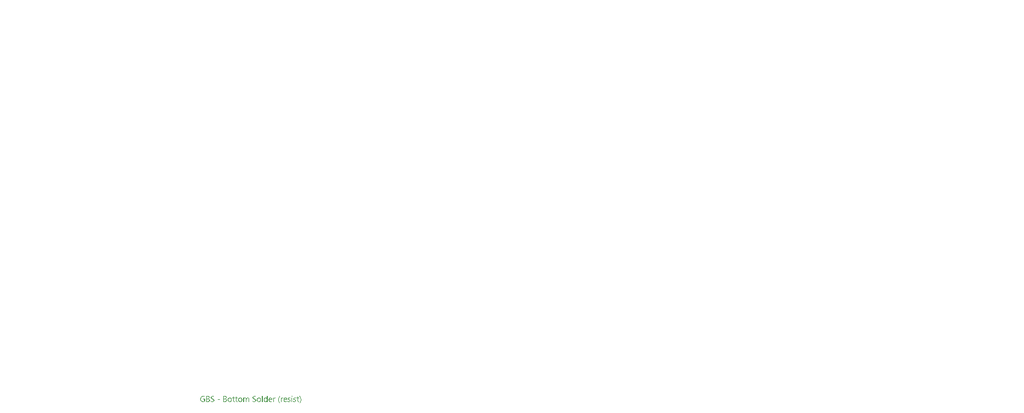
<source format=gbs>
G04*
G04 #@! TF.GenerationSoftware,Altium Limited,Altium Designer,22.11.1 (43)*
G04*
G04 Layer_Color=16711935*
%FSLAX45Y45*%
%MOMM*%
G71*
G04*
G04 #@! TF.SameCoordinates,2E7F8865-AB32-4259-96A3-A5373F490E22*
G04*
G04*
G04 #@! TF.FilePolarity,Negative*
G04*
G01*
G75*
%ADD11C,0.15000*%
G36*
X4113083Y-5945202D02*
X4113649Y-5945343D01*
X4115205Y-5945909D01*
X4116054Y-5946334D01*
X4116762Y-5947041D01*
X4116903Y-5947182D01*
X4117045Y-5947324D01*
X4117328Y-5947748D01*
X4117752Y-5948314D01*
X4118459Y-5949729D01*
X4118601Y-5950719D01*
X4118742Y-5951710D01*
Y-5951851D01*
Y-5952134D01*
X4118601Y-5952700D01*
X4118459Y-5953407D01*
X4117893Y-5954964D01*
X4117469Y-5955671D01*
X4116762Y-5956520D01*
X4116620Y-5956661D01*
X4116479Y-5956803D01*
X4116054Y-5957086D01*
X4115488Y-5957369D01*
X4113932Y-5958076D01*
X4113083Y-5958218D01*
X4112093Y-5958359D01*
X4111668D01*
X4111103Y-5958218D01*
X4110395Y-5958076D01*
X4108839Y-5957510D01*
X4108131Y-5957086D01*
X4107283Y-5956520D01*
X4107141Y-5956378D01*
X4107000Y-5956237D01*
X4106717Y-5955813D01*
X4106434Y-5955247D01*
X4105726Y-5953690D01*
X4105585Y-5952700D01*
X4105443Y-5951710D01*
Y-5951568D01*
Y-5951285D01*
X4105585Y-5950719D01*
X4105726Y-5950012D01*
X4106292Y-5948597D01*
X4106717Y-5947748D01*
X4107283Y-5947041D01*
X4107424Y-5946899D01*
X4107707Y-5946758D01*
X4108131Y-5946475D01*
X4108697Y-5946051D01*
X4110112Y-5945343D01*
X4111103Y-5945202D01*
X4112093Y-5945060D01*
X4112517D01*
X4113083Y-5945202D01*
D02*
G37*
G36*
X3539814Y-5947607D02*
X3541088D01*
X3543917Y-5947890D01*
X3547030Y-5948314D01*
X3550284Y-5948880D01*
X3553255Y-5949588D01*
X3554528Y-5950153D01*
X3555801Y-5950719D01*
Y-5962462D01*
X3555660D01*
X3555377Y-5962179D01*
X3554953Y-5961896D01*
X3554387Y-5961613D01*
X3553538Y-5961189D01*
X3552689Y-5960764D01*
X3551557Y-5960198D01*
X3550284Y-5959632D01*
X3548869Y-5959208D01*
X3547454Y-5958642D01*
X3543917Y-5957793D01*
X3539956Y-5957227D01*
X3535570Y-5956944D01*
X3534297D01*
X3533448Y-5957086D01*
X3532316D01*
X3531184Y-5957227D01*
X3528638Y-5957652D01*
X3528496D01*
X3528072Y-5957793D01*
X3527364Y-5957935D01*
X3526657Y-5958218D01*
X3524676Y-5958925D01*
X3522554Y-5960057D01*
X3522413D01*
X3522130Y-5960340D01*
X3521564Y-5960623D01*
X3520998Y-5961189D01*
X3519583Y-5962462D01*
X3518168Y-5964160D01*
Y-5964301D01*
X3517885Y-5964584D01*
X3517602Y-5965150D01*
X3517319Y-5965858D01*
X3517036Y-5966848D01*
X3516753Y-5967838D01*
X3516612Y-5969112D01*
X3516470Y-5970385D01*
Y-5970526D01*
Y-5970951D01*
X3516612Y-5971658D01*
Y-5972507D01*
X3517036Y-5974488D01*
X3517744Y-5976468D01*
Y-5976610D01*
X3518027Y-5976893D01*
X3518310Y-5977317D01*
X3518734Y-5977883D01*
X3519866Y-5979439D01*
X3521422Y-5980996D01*
X3521564Y-5981137D01*
X3521847Y-5981279D01*
X3522413Y-5981703D01*
X3523120Y-5982269D01*
X3523969Y-5982835D01*
X3525101Y-5983542D01*
X3527506Y-5984957D01*
X3527647Y-5985099D01*
X3528213Y-5985240D01*
X3528921Y-5985664D01*
X3529911Y-5986230D01*
X3531184Y-5986796D01*
X3532599Y-5987504D01*
X3534155Y-5988353D01*
X3535853Y-5989201D01*
X3536136Y-5989343D01*
X3536702Y-5989626D01*
X3537551Y-5990050D01*
X3538824Y-5990616D01*
X3540239Y-5991465D01*
X3541654Y-5992172D01*
X3544908Y-5994153D01*
X3545049Y-5994295D01*
X3545615Y-5994578D01*
X3546464Y-5995143D01*
X3547454Y-5995851D01*
X3548727Y-5996700D01*
X3550001Y-5997690D01*
X3552547Y-5999954D01*
X3552689Y-6000095D01*
X3553113Y-6000520D01*
X3553679Y-6001086D01*
X3554387Y-6001934D01*
X3555235Y-6003066D01*
X3556084Y-6004198D01*
X3557641Y-6007028D01*
X3557782Y-6007169D01*
X3557924Y-6007735D01*
X3558206Y-6008442D01*
X3558631Y-6009574D01*
X3559055Y-6010848D01*
X3559338Y-6012404D01*
X3559480Y-6013960D01*
X3559621Y-6015799D01*
Y-6015941D01*
Y-6016082D01*
Y-6016931D01*
X3559480Y-6018204D01*
X3559338Y-6019619D01*
X3558914Y-6021458D01*
X3558489Y-6023298D01*
X3557782Y-6025137D01*
X3556933Y-6026976D01*
X3556792Y-6027117D01*
X3556509Y-6027683D01*
X3555943Y-6028532D01*
X3555094Y-6029664D01*
X3554104Y-6030796D01*
X3552972Y-6032069D01*
X3551557Y-6033343D01*
X3550001Y-6034474D01*
X3549859Y-6034616D01*
X3549293Y-6034899D01*
X3548303Y-6035465D01*
X3547030Y-6036031D01*
X3545615Y-6036738D01*
X3543917Y-6037304D01*
X3541937Y-6037870D01*
X3539814Y-6038436D01*
X3539531D01*
X3538824Y-6038577D01*
X3537692Y-6038860D01*
X3536136Y-6039002D01*
X3534438Y-6039285D01*
X3532316Y-6039568D01*
X3530194Y-6039709D01*
X3526374D01*
X3525525Y-6039568D01*
X3524676D01*
X3522554Y-6039285D01*
X3521988D01*
X3521422Y-6039143D01*
X3520573Y-6039002D01*
X3519583D01*
X3518593Y-6038860D01*
X3516188Y-6038436D01*
X3516046D01*
X3515622Y-6038294D01*
X3515056Y-6038153D01*
X3514207Y-6038011D01*
X3512226Y-6037587D01*
X3509963Y-6036879D01*
X3509821D01*
X3509538Y-6036738D01*
X3508972Y-6036455D01*
X3508406Y-6036172D01*
X3506850Y-6035606D01*
X3505435Y-6034757D01*
Y-6022449D01*
X3505577Y-6022590D01*
X3505860Y-6022732D01*
X3506284Y-6023156D01*
X3506850Y-6023581D01*
X3508548Y-6024712D01*
X3510528Y-6025844D01*
X3510670D01*
X3511094Y-6026127D01*
X3511660Y-6026410D01*
X3512368Y-6026693D01*
X3513358Y-6027117D01*
X3514348Y-6027542D01*
X3516753Y-6028391D01*
X3516895D01*
X3517319Y-6028532D01*
X3518027Y-6028674D01*
X3518734Y-6028957D01*
X3519724Y-6029240D01*
X3520856Y-6029523D01*
X3523261Y-6029947D01*
X3523403D01*
X3523827Y-6030089D01*
X3524535D01*
X3525242Y-6030230D01*
X3527223Y-6030371D01*
X3529345Y-6030513D01*
X3530901D01*
X3531750Y-6030371D01*
X3532740D01*
X3534863Y-6030089D01*
X3537126Y-6029664D01*
X3539531Y-6028957D01*
X3541795Y-6028108D01*
X3543776Y-6026976D01*
X3543917Y-6026835D01*
X3544483Y-6026269D01*
X3545332Y-6025420D01*
X3546181Y-6024288D01*
X3547030Y-6022732D01*
X3547879Y-6021034D01*
X3548445Y-6018912D01*
X3548586Y-6016507D01*
Y-6016365D01*
Y-6015941D01*
X3548445Y-6015233D01*
Y-6014384D01*
X3547879Y-6012404D01*
X3547596Y-6011272D01*
X3547030Y-6010282D01*
Y-6010140D01*
X3546747Y-6009857D01*
X3546322Y-6009291D01*
X3545898Y-6008725D01*
X3544483Y-6007169D01*
X3542644Y-6005471D01*
X3542502Y-6005330D01*
X3542078Y-6005047D01*
X3541512Y-6004622D01*
X3540805Y-6004057D01*
X3539814Y-6003491D01*
X3538683Y-6002783D01*
X3535994Y-6001227D01*
X3535853Y-6001086D01*
X3535287Y-6000803D01*
X3534580Y-6000378D01*
X3533589Y-5999812D01*
X3532316Y-5999246D01*
X3530901Y-5998539D01*
X3527647Y-5996841D01*
X3527506Y-5996700D01*
X3526798Y-5996417D01*
X3525950Y-5995992D01*
X3524818Y-5995285D01*
X3523403Y-5994578D01*
X3521988Y-5993729D01*
X3518876Y-5992031D01*
X3518734Y-5991889D01*
X3518168Y-5991607D01*
X3517461Y-5991182D01*
X3516470Y-5990475D01*
X3514348Y-5988777D01*
X3511943Y-5986796D01*
X3511802Y-5986655D01*
X3511519Y-5986230D01*
X3510953Y-5985664D01*
X3510245Y-5984816D01*
X3509538Y-5983825D01*
X3508689Y-5982693D01*
X3507274Y-5980147D01*
Y-5980005D01*
X3506991Y-5979439D01*
X3506709Y-5978732D01*
X3506426Y-5977600D01*
X3506143Y-5976327D01*
X3505860Y-5974771D01*
X3505718Y-5973214D01*
X3505577Y-5971375D01*
Y-5971234D01*
Y-5971092D01*
Y-5970385D01*
X3505718Y-5969253D01*
X3505860Y-5967697D01*
X3506284Y-5966140D01*
X3506709Y-5964301D01*
X3507416Y-5962462D01*
X3508265Y-5960764D01*
X3508406Y-5960623D01*
X3508689Y-5960057D01*
X3509397Y-5959208D01*
X3510104Y-5958076D01*
X3511094Y-5956944D01*
X3512368Y-5955813D01*
X3513641Y-5954539D01*
X3515197Y-5953407D01*
X3515339Y-5953266D01*
X3515905Y-5952983D01*
X3516895Y-5952417D01*
X3518027Y-5951710D01*
X3519583Y-5951002D01*
X3521281Y-5950295D01*
X3523120Y-5949588D01*
X3525101Y-5949022D01*
X3525384Y-5948880D01*
X3526091Y-5948739D01*
X3527223Y-5948456D01*
X3528638Y-5948173D01*
X3530335Y-5947890D01*
X3532316Y-5947748D01*
X3534438Y-5947465D01*
X3538683D01*
X3539814Y-5947607D01*
D02*
G37*
G36*
X2896797D02*
X2898070D01*
X2900900Y-5947890D01*
X2904012Y-5948314D01*
X2907266Y-5948880D01*
X2910237Y-5949588D01*
X2911511Y-5950153D01*
X2912784Y-5950719D01*
Y-5962462D01*
X2912642D01*
X2912359Y-5962179D01*
X2911935Y-5961896D01*
X2911369Y-5961613D01*
X2910520Y-5961189D01*
X2909671Y-5960764D01*
X2908540Y-5960198D01*
X2907266Y-5959632D01*
X2905851Y-5959208D01*
X2904437Y-5958642D01*
X2900900Y-5957793D01*
X2896938Y-5957227D01*
X2892553Y-5956944D01*
X2891279D01*
X2890430Y-5957086D01*
X2889299D01*
X2888167Y-5957227D01*
X2885620Y-5957652D01*
X2885479D01*
X2885054Y-5957793D01*
X2884347Y-5957935D01*
X2883639Y-5958218D01*
X2881659Y-5958925D01*
X2879537Y-5960057D01*
X2879395D01*
X2879112Y-5960340D01*
X2878546Y-5960623D01*
X2877980Y-5961189D01*
X2876565Y-5962462D01*
X2875151Y-5964160D01*
Y-5964301D01*
X2874868Y-5964584D01*
X2874585Y-5965150D01*
X2874302Y-5965858D01*
X2874019Y-5966848D01*
X2873736Y-5967838D01*
X2873594Y-5969112D01*
X2873453Y-5970385D01*
Y-5970526D01*
Y-5970951D01*
X2873594Y-5971658D01*
Y-5972507D01*
X2874019Y-5974488D01*
X2874726Y-5976468D01*
Y-5976610D01*
X2875009Y-5976893D01*
X2875292Y-5977317D01*
X2875717Y-5977883D01*
X2876848Y-5979439D01*
X2878405Y-5980996D01*
X2878546Y-5981137D01*
X2878829Y-5981279D01*
X2879395Y-5981703D01*
X2880102Y-5982269D01*
X2880951Y-5982835D01*
X2882083Y-5983542D01*
X2884488Y-5984957D01*
X2884630Y-5985099D01*
X2885196Y-5985240D01*
X2885903Y-5985664D01*
X2886893Y-5986230D01*
X2888167Y-5986796D01*
X2889581Y-5987504D01*
X2891138Y-5988353D01*
X2892835Y-5989201D01*
X2893118Y-5989343D01*
X2893684Y-5989626D01*
X2894533Y-5990050D01*
X2895807Y-5990616D01*
X2897221Y-5991465D01*
X2898636Y-5992172D01*
X2901890Y-5994153D01*
X2902032Y-5994295D01*
X2902597Y-5994578D01*
X2903446Y-5995143D01*
X2904437Y-5995851D01*
X2905710Y-5996700D01*
X2906983Y-5997690D01*
X2909530Y-5999954D01*
X2909671Y-6000095D01*
X2910096Y-6000520D01*
X2910662Y-6001086D01*
X2911369Y-6001934D01*
X2912218Y-6003066D01*
X2913067Y-6004198D01*
X2914623Y-6007028D01*
X2914765Y-6007169D01*
X2914906Y-6007735D01*
X2915189Y-6008442D01*
X2915613Y-6009574D01*
X2916038Y-6010848D01*
X2916321Y-6012404D01*
X2916462Y-6013960D01*
X2916604Y-6015799D01*
Y-6015941D01*
Y-6016082D01*
Y-6016931D01*
X2916462Y-6018204D01*
X2916321Y-6019619D01*
X2915896Y-6021458D01*
X2915472Y-6023298D01*
X2914765Y-6025137D01*
X2913916Y-6026976D01*
X2913774Y-6027117D01*
X2913491Y-6027683D01*
X2912925Y-6028532D01*
X2912076Y-6029664D01*
X2911086Y-6030796D01*
X2909954Y-6032069D01*
X2908540Y-6033343D01*
X2906983Y-6034474D01*
X2906842Y-6034616D01*
X2906276Y-6034899D01*
X2905286Y-6035465D01*
X2904012Y-6036031D01*
X2902597Y-6036738D01*
X2900900Y-6037304D01*
X2898919Y-6037870D01*
X2896797Y-6038436D01*
X2896514D01*
X2895807Y-6038577D01*
X2894675Y-6038860D01*
X2893118Y-6039002D01*
X2891421Y-6039285D01*
X2889299Y-6039568D01*
X2887176Y-6039709D01*
X2883356D01*
X2882508Y-6039568D01*
X2881659D01*
X2879537Y-6039285D01*
X2878971D01*
X2878405Y-6039143D01*
X2877556Y-6039002D01*
X2876565D01*
X2875575Y-6038860D01*
X2873170Y-6038436D01*
X2873029D01*
X2872604Y-6038294D01*
X2872038Y-6038153D01*
X2871189Y-6038011D01*
X2869209Y-6037587D01*
X2866945Y-6036879D01*
X2866804D01*
X2866521Y-6036738D01*
X2865955Y-6036455D01*
X2865389Y-6036172D01*
X2863832Y-6035606D01*
X2862418Y-6034757D01*
Y-6022449D01*
X2862559Y-6022590D01*
X2862842Y-6022732D01*
X2863267Y-6023156D01*
X2863832Y-6023581D01*
X2865530Y-6024712D01*
X2867511Y-6025844D01*
X2867652D01*
X2868077Y-6026127D01*
X2868643Y-6026410D01*
X2869350Y-6026693D01*
X2870340Y-6027117D01*
X2871331Y-6027542D01*
X2873736Y-6028391D01*
X2873877D01*
X2874302Y-6028532D01*
X2875009Y-6028674D01*
X2875717Y-6028957D01*
X2876707Y-6029240D01*
X2877839Y-6029523D01*
X2880244Y-6029947D01*
X2880385D01*
X2880810Y-6030089D01*
X2881517D01*
X2882225Y-6030230D01*
X2884205Y-6030371D01*
X2886327Y-6030513D01*
X2887884D01*
X2888733Y-6030371D01*
X2889723D01*
X2891845Y-6030089D01*
X2894109Y-6029664D01*
X2896514Y-6028957D01*
X2898778Y-6028108D01*
X2900758Y-6026976D01*
X2900900Y-6026835D01*
X2901466Y-6026269D01*
X2902314Y-6025420D01*
X2903163Y-6024288D01*
X2904012Y-6022732D01*
X2904861Y-6021034D01*
X2905427Y-6018912D01*
X2905568Y-6016507D01*
Y-6016365D01*
Y-6015941D01*
X2905427Y-6015233D01*
Y-6014384D01*
X2904861Y-6012404D01*
X2904578Y-6011272D01*
X2904012Y-6010282D01*
Y-6010140D01*
X2903729Y-6009857D01*
X2903305Y-6009291D01*
X2902880Y-6008725D01*
X2901466Y-6007169D01*
X2899626Y-6005471D01*
X2899485Y-6005330D01*
X2899060Y-6005047D01*
X2898495Y-6004622D01*
X2897787Y-6004057D01*
X2896797Y-6003491D01*
X2895665Y-6002783D01*
X2892977Y-6001227D01*
X2892835Y-6001086D01*
X2892270Y-6000803D01*
X2891562Y-6000378D01*
X2890572Y-5999812D01*
X2889299Y-5999246D01*
X2887884Y-5998539D01*
X2884630Y-5996841D01*
X2884488Y-5996700D01*
X2883781Y-5996417D01*
X2882932Y-5995992D01*
X2881800Y-5995285D01*
X2880385Y-5994578D01*
X2878971Y-5993729D01*
X2875858Y-5992031D01*
X2875717Y-5991889D01*
X2875151Y-5991607D01*
X2874443Y-5991182D01*
X2873453Y-5990475D01*
X2871331Y-5988777D01*
X2868926Y-5986796D01*
X2868784Y-5986655D01*
X2868501Y-5986230D01*
X2867935Y-5985664D01*
X2867228Y-5984816D01*
X2866521Y-5983825D01*
X2865672Y-5982693D01*
X2864257Y-5980147D01*
Y-5980005D01*
X2863974Y-5979439D01*
X2863691Y-5978732D01*
X2863408Y-5977600D01*
X2863125Y-5976327D01*
X2862842Y-5974771D01*
X2862701Y-5973214D01*
X2862559Y-5971375D01*
Y-5971234D01*
Y-5971092D01*
Y-5970385D01*
X2862701Y-5969253D01*
X2862842Y-5967697D01*
X2863267Y-5966140D01*
X2863691Y-5964301D01*
X2864398Y-5962462D01*
X2865247Y-5960764D01*
X2865389Y-5960623D01*
X2865672Y-5960057D01*
X2866379Y-5959208D01*
X2867086Y-5958076D01*
X2868077Y-5956944D01*
X2869350Y-5955813D01*
X2870623Y-5954539D01*
X2872180Y-5953407D01*
X2872321Y-5953266D01*
X2872887Y-5952983D01*
X2873877Y-5952417D01*
X2875009Y-5951710D01*
X2876565Y-5951002D01*
X2878263Y-5950295D01*
X2880102Y-5949588D01*
X2882083Y-5949022D01*
X2882366Y-5948880D01*
X2883073Y-5948739D01*
X2884205Y-5948456D01*
X2885620Y-5948173D01*
X2887318Y-5947890D01*
X2889299Y-5947748D01*
X2891421Y-5947465D01*
X2895665D01*
X2896797Y-5947607D01*
D02*
G37*
G36*
X2750084D02*
X2751499Y-5947748D01*
X2753197Y-5947890D01*
X2754894Y-5948031D01*
X2758856Y-5948597D01*
X2762817Y-5949446D01*
X2767062Y-5950719D01*
X2770881Y-5952276D01*
Y-5963877D01*
X2770740Y-5963735D01*
X2770457Y-5963594D01*
X2769750Y-5963169D01*
X2768901Y-5962745D01*
X2767910Y-5962321D01*
X2766637Y-5961613D01*
X2765222Y-5961047D01*
X2763525Y-5960340D01*
X2761827Y-5959774D01*
X2759846Y-5959067D01*
X2757724Y-5958501D01*
X2755460Y-5958076D01*
X2750509Y-5957227D01*
X2747821Y-5957086D01*
X2745132Y-5956944D01*
X2743718D01*
X2742586Y-5957086D01*
X2741313Y-5957227D01*
X2739898Y-5957510D01*
X2738200Y-5957793D01*
X2736502Y-5958218D01*
X2734522Y-5958784D01*
X2732541Y-5959491D01*
X2730560Y-5960340D01*
X2728438Y-5961330D01*
X2726316Y-5962604D01*
X2724335Y-5964018D01*
X2722354Y-5965575D01*
X2720515Y-5967414D01*
X2720374Y-5967555D01*
X2720091Y-5967838D01*
X2719666Y-5968404D01*
X2718959Y-5969253D01*
X2718252Y-5970243D01*
X2717544Y-5971517D01*
X2716554Y-5972931D01*
X2715705Y-5974629D01*
X2714856Y-5976468D01*
X2714007Y-5978449D01*
X2713158Y-5980713D01*
X2712451Y-5982976D01*
X2711744Y-5985523D01*
X2711319Y-5988353D01*
X2711036Y-5991182D01*
X2710895Y-5994153D01*
Y-5994295D01*
Y-5994861D01*
Y-5995709D01*
X2711036Y-5996983D01*
X2711178Y-5998397D01*
X2711319Y-6000095D01*
X2711602Y-6001934D01*
X2712027Y-6003915D01*
X2713017Y-6008159D01*
X2713866Y-6010423D01*
X2714715Y-6012545D01*
X2715705Y-6014809D01*
X2716837Y-6016931D01*
X2718252Y-6018912D01*
X2719808Y-6020892D01*
X2719949Y-6021034D01*
X2720232Y-6021317D01*
X2720798Y-6021741D01*
X2721506Y-6022449D01*
X2722354Y-6023156D01*
X2723486Y-6023863D01*
X2724760Y-6024854D01*
X2726174Y-6025703D01*
X2727872Y-6026552D01*
X2729570Y-6027400D01*
X2731692Y-6028249D01*
X2733814Y-6028957D01*
X2736078Y-6029664D01*
X2738624Y-6030089D01*
X2741171Y-6030371D01*
X2744001Y-6030513D01*
X2744991D01*
X2745698Y-6030371D01*
X2746689D01*
X2747679Y-6030230D01*
X2750226Y-6029947D01*
X2753055Y-6029523D01*
X2756026Y-6028674D01*
X2759139Y-6027683D01*
X2762110Y-6026269D01*
Y-6001227D01*
X2742586D01*
Y-5991748D01*
X2772579D01*
Y-6032211D01*
X2772438Y-6032352D01*
X2772013Y-6032494D01*
X2771164Y-6032918D01*
X2770174Y-6033343D01*
X2768901Y-6033908D01*
X2767486Y-6034616D01*
X2765788Y-6035323D01*
X2763808Y-6035889D01*
X2761685Y-6036597D01*
X2759422Y-6037304D01*
X2756875Y-6038011D01*
X2754329Y-6038577D01*
X2748669Y-6039426D01*
X2745840Y-6039568D01*
X2742727Y-6039709D01*
X2741878D01*
X2740888Y-6039568D01*
X2739615D01*
X2737917Y-6039285D01*
X2736078Y-6039002D01*
X2733956Y-6038719D01*
X2731692Y-6038153D01*
X2729287Y-6037587D01*
X2726740Y-6036738D01*
X2724194Y-6035748D01*
X2721647Y-6034616D01*
X2718959Y-6033201D01*
X2716554Y-6031503D01*
X2714007Y-6029664D01*
X2711744Y-6027542D01*
X2711602Y-6027400D01*
X2711178Y-6026976D01*
X2710612Y-6026269D01*
X2709904Y-6025278D01*
X2709056Y-6024005D01*
X2708065Y-6022590D01*
X2706933Y-6020892D01*
X2705943Y-6018770D01*
X2704811Y-6016648D01*
X2703679Y-6014102D01*
X2702689Y-6011413D01*
X2701840Y-6008584D01*
X2701133Y-6005471D01*
X2700567Y-6002076D01*
X2700142Y-5998539D01*
X2700001Y-5994861D01*
Y-5994578D01*
Y-5993870D01*
X2700142Y-5992880D01*
Y-5991465D01*
X2700425Y-5989626D01*
X2700708Y-5987504D01*
X2701133Y-5985240D01*
X2701699Y-5982835D01*
X2702265Y-5980147D01*
X2703113Y-5977459D01*
X2704245Y-5974629D01*
X2705519Y-5971658D01*
X2706933Y-5968829D01*
X2708773Y-5965999D01*
X2710753Y-5963311D01*
X2713017Y-5960764D01*
X2713158Y-5960623D01*
X2713583Y-5960198D01*
X2714432Y-5959491D01*
X2715422Y-5958642D01*
X2716695Y-5957652D01*
X2718252Y-5956520D01*
X2720091Y-5955388D01*
X2722072Y-5954115D01*
X2724477Y-5952842D01*
X2727023Y-5951710D01*
X2729711Y-5950578D01*
X2732682Y-5949588D01*
X2735795Y-5948739D01*
X2739190Y-5948031D01*
X2742727Y-5947607D01*
X2746406Y-5947465D01*
X2748811D01*
X2750084Y-5947607D01*
D02*
G37*
G36*
X3736186Y-6038294D02*
X3725858D01*
Y-6027542D01*
X3725716D01*
X3725575Y-6027683D01*
X3725433Y-6028108D01*
X3725009Y-6028674D01*
X3724302Y-6029381D01*
X3723594Y-6030371D01*
X3722604Y-6031362D01*
X3721614Y-6032494D01*
X3720340Y-6033625D01*
X3718784Y-6034757D01*
X3717228Y-6035889D01*
X3715389Y-6036879D01*
X3713408Y-6037870D01*
X3711286Y-6038577D01*
X3709022Y-6039143D01*
X3706475Y-6039568D01*
X3703787Y-6039709D01*
X3702656D01*
X3701807Y-6039568D01*
X3700816Y-6039426D01*
X3699543Y-6039285D01*
X3696855Y-6038577D01*
X3693742Y-6037587D01*
X3692186Y-6036879D01*
X3690630Y-6036172D01*
X3689074Y-6035182D01*
X3687517Y-6034050D01*
X3685961Y-6032777D01*
X3684546Y-6031220D01*
X3684405Y-6031079D01*
X3684263Y-6030796D01*
X3683839Y-6030371D01*
X3683415Y-6029664D01*
X3682849Y-6028815D01*
X3682283Y-6027683D01*
X3681575Y-6026552D01*
X3681009Y-6025137D01*
X3680302Y-6023581D01*
X3679595Y-6021883D01*
X3679029Y-6019902D01*
X3678463Y-6017780D01*
X3678038Y-6015658D01*
X3677614Y-6013253D01*
X3677472Y-6010706D01*
X3677331Y-6008018D01*
Y-6007876D01*
Y-6007311D01*
Y-6006462D01*
X3677472Y-6005330D01*
X3677614Y-6004057D01*
X3677755Y-6002500D01*
X3678038Y-6000803D01*
X3678321Y-5998963D01*
X3679312Y-5994861D01*
X3680726Y-5990616D01*
X3681575Y-5988494D01*
X3682707Y-5986513D01*
X3683839Y-5984533D01*
X3685254Y-5982693D01*
X3685395Y-5982552D01*
X3685678Y-5982269D01*
X3686103Y-5981845D01*
X3686669Y-5981137D01*
X3687517Y-5980430D01*
X3688508Y-5979581D01*
X3689640Y-5978732D01*
X3690913Y-5977883D01*
X3692328Y-5977034D01*
X3694025Y-5976044D01*
X3695723Y-5975337D01*
X3697562Y-5974629D01*
X3699684Y-5973922D01*
X3701807Y-5973497D01*
X3704070Y-5973214D01*
X3706475Y-5973073D01*
X3707749D01*
X3708598Y-5973214D01*
X3709729Y-5973356D01*
X3711003Y-5973639D01*
X3713832Y-5974346D01*
X3715389Y-5974912D01*
X3716945Y-5975619D01*
X3718501Y-5976468D01*
X3720199Y-5977459D01*
X3721755Y-5978591D01*
X3723170Y-5980005D01*
X3724443Y-5981562D01*
X3725716Y-5983401D01*
X3725858D01*
Y-5943928D01*
X3736186D01*
Y-6038294D01*
D02*
G37*
G36*
X4161327Y-5973214D02*
X4163308Y-5973356D01*
X4165572Y-5973780D01*
X4168118Y-5974205D01*
X4170665Y-5974912D01*
X4173211Y-5975902D01*
Y-5986230D01*
X4173070D01*
X4172928Y-5986089D01*
X4172504Y-5985806D01*
X4171938Y-5985523D01*
X4170523Y-5984816D01*
X4168543Y-5983967D01*
X4166137Y-5983118D01*
X4163308Y-5982410D01*
X4160337Y-5981845D01*
X4156941Y-5981703D01*
X4155951D01*
X4155244Y-5981845D01*
X4153546Y-5981986D01*
X4151707Y-5982410D01*
X4151565D01*
X4151282Y-5982552D01*
X4150858Y-5982693D01*
X4150433Y-5982835D01*
X4149019Y-5983401D01*
X4147745Y-5984250D01*
X4147462Y-5984391D01*
X4146896Y-5984957D01*
X4146048Y-5985947D01*
X4145199Y-5987079D01*
X4145057Y-5987362D01*
X4144774Y-5988070D01*
X4144491Y-5989201D01*
X4144350Y-5990616D01*
Y-5990758D01*
Y-5991041D01*
Y-5991465D01*
X4144491Y-5992031D01*
X4144774Y-5993446D01*
X4145199Y-5994861D01*
Y-5995002D01*
X4145340Y-5995143D01*
X4145906Y-5995851D01*
X4146755Y-5996841D01*
X4147887Y-5997832D01*
X4148028D01*
X4148170Y-5997973D01*
X4148594Y-5998256D01*
X4149160Y-5998539D01*
X4150433Y-5999388D01*
X4152131Y-6000237D01*
X4152273D01*
X4152556Y-6000378D01*
X4153121Y-6000661D01*
X4153829Y-6000944D01*
X4154678Y-6001227D01*
X4155668Y-6001651D01*
X4157790Y-6002500D01*
X4157932D01*
X4158498Y-6002783D01*
X4159347Y-6003066D01*
X4160337Y-6003491D01*
X4161469Y-6003915D01*
X4162742Y-6004481D01*
X4165430Y-6005754D01*
X4165572Y-6005896D01*
X4165996Y-6006037D01*
X4166562Y-6006462D01*
X4167411Y-6006886D01*
X4169250Y-6008159D01*
X4171089Y-6009716D01*
X4171231Y-6009857D01*
X4171514Y-6010140D01*
X4171938Y-6010565D01*
X4172504Y-6011130D01*
X4173636Y-6012687D01*
X4174768Y-6014667D01*
Y-6014809D01*
X4174909Y-6015233D01*
X4175192Y-6015799D01*
X4175475Y-6016507D01*
X4175616Y-6017497D01*
X4175899Y-6018629D01*
X4176041Y-6021317D01*
Y-6021458D01*
Y-6022166D01*
X4175899Y-6023015D01*
X4175758Y-6024146D01*
X4175475Y-6025420D01*
X4175192Y-6026693D01*
X4174626Y-6028108D01*
X4173919Y-6029523D01*
X4173777Y-6029664D01*
X4173494Y-6030089D01*
X4173070Y-6030796D01*
X4172504Y-6031503D01*
X4171655Y-6032494D01*
X4170806Y-6033484D01*
X4169674Y-6034474D01*
X4168401Y-6035323D01*
X4168260Y-6035465D01*
X4167835Y-6035748D01*
X4167128Y-6036031D01*
X4166137Y-6036597D01*
X4165006Y-6037162D01*
X4163591Y-6037587D01*
X4162035Y-6038153D01*
X4160337Y-6038577D01*
X4160195D01*
X4159488Y-6038719D01*
X4158639Y-6038860D01*
X4157507Y-6039143D01*
X4156093Y-6039285D01*
X4154395Y-6039568D01*
X4150858Y-6039709D01*
X4149160D01*
X4148311Y-6039568D01*
X4147321D01*
X4145057Y-6039285D01*
X4142369Y-6038860D01*
X4139398Y-6038153D01*
X4136569Y-6037304D01*
X4133739Y-6036031D01*
Y-6025137D01*
X4133880D01*
X4134163Y-6025420D01*
X4134588Y-6025703D01*
X4135154Y-6026127D01*
X4136003Y-6026552D01*
X4136852Y-6027117D01*
X4139115Y-6028108D01*
X4141945Y-6029240D01*
X4145057Y-6030230D01*
X4148453Y-6030937D01*
X4150292Y-6031079D01*
X4152131Y-6031220D01*
X4153404D01*
X4154253Y-6031079D01*
X4155244Y-6030937D01*
X4156375Y-6030796D01*
X4158922Y-6030089D01*
X4161327Y-6029098D01*
X4162459Y-6028249D01*
X4163449Y-6027400D01*
X4164298Y-6026410D01*
X4165006Y-6025278D01*
X4165430Y-6023863D01*
X4165572Y-6022307D01*
Y-6022166D01*
Y-6021883D01*
Y-6021458D01*
X4165430Y-6020751D01*
X4165147Y-6019478D01*
X4164440Y-6018063D01*
Y-6017921D01*
X4164298Y-6017780D01*
X4163591Y-6016931D01*
X4162601Y-6015941D01*
X4161327Y-6014809D01*
X4161186D01*
X4161044Y-6014526D01*
X4160620Y-6014243D01*
X4160054Y-6013960D01*
X4158498Y-6013253D01*
X4156658Y-6012404D01*
X4156517D01*
X4156234Y-6012262D01*
X4155668Y-6011979D01*
X4154961Y-6011696D01*
X4154112Y-6011413D01*
X4153263Y-6010989D01*
X4150999Y-6010140D01*
X4150858Y-6009999D01*
X4150292Y-6009857D01*
X4149443Y-6009574D01*
X4148453Y-6009008D01*
X4147321Y-6008584D01*
X4146048Y-6008018D01*
X4143501Y-6006745D01*
X4143360Y-6006603D01*
X4142935Y-6006462D01*
X4142369Y-6006037D01*
X4141662Y-6005613D01*
X4139964Y-6004340D01*
X4138266Y-6002783D01*
X4138125Y-6002642D01*
X4137983Y-6002359D01*
X4137559Y-6001934D01*
X4137134Y-6001368D01*
X4136003Y-5999812D01*
X4135012Y-5997973D01*
Y-5997832D01*
X4134871Y-5997407D01*
X4134729Y-5996841D01*
X4134446Y-5996134D01*
X4134305Y-5995143D01*
X4134022Y-5994012D01*
X4133880Y-5991465D01*
Y-5991324D01*
Y-5990758D01*
X4134022Y-5989909D01*
X4134163Y-5988777D01*
X4134305Y-5987645D01*
X4134729Y-5986372D01*
X4135154Y-5984957D01*
X4135861Y-5983684D01*
X4136003Y-5983542D01*
X4136286Y-5983118D01*
X4136710Y-5982410D01*
X4137417Y-5981562D01*
X4138125Y-5980713D01*
X4139115Y-5979722D01*
X4141379Y-5977883D01*
X4141520Y-5977742D01*
X4141945Y-5977459D01*
X4142794Y-5977034D01*
X4143642Y-5976468D01*
X4144916Y-5975902D01*
X4146189Y-5975337D01*
X4147745Y-5974771D01*
X4149302Y-5974346D01*
X4149443D01*
X4150009Y-5974205D01*
X4150999Y-5973922D01*
X4152131Y-5973639D01*
X4153404Y-5973497D01*
X4154961Y-5973214D01*
X4158356Y-5973073D01*
X4159771D01*
X4161327Y-5973214D01*
D02*
G37*
G36*
X4076299D02*
X4078280Y-5973356D01*
X4080543Y-5973780D01*
X4083090Y-5974205D01*
X4085636Y-5974912D01*
X4088183Y-5975902D01*
Y-5986230D01*
X4088042D01*
X4087900Y-5986089D01*
X4087476Y-5985806D01*
X4086910Y-5985523D01*
X4085495Y-5984816D01*
X4083514Y-5983967D01*
X4081109Y-5983118D01*
X4078280Y-5982410D01*
X4075309Y-5981845D01*
X4071913Y-5981703D01*
X4070923D01*
X4070215Y-5981845D01*
X4068518Y-5981986D01*
X4066678Y-5982410D01*
X4066537D01*
X4066254Y-5982552D01*
X4065830Y-5982693D01*
X4065405Y-5982835D01*
X4063990Y-5983401D01*
X4062717Y-5984250D01*
X4062434Y-5984391D01*
X4061868Y-5984957D01*
X4061019Y-5985947D01*
X4060170Y-5987079D01*
X4060029Y-5987362D01*
X4059746Y-5988070D01*
X4059463Y-5989201D01*
X4059322Y-5990616D01*
Y-5990758D01*
Y-5991041D01*
Y-5991465D01*
X4059463Y-5992031D01*
X4059746Y-5993446D01*
X4060170Y-5994861D01*
Y-5995002D01*
X4060312Y-5995143D01*
X4060878Y-5995851D01*
X4061727Y-5996841D01*
X4062859Y-5997832D01*
X4063000D01*
X4063141Y-5997973D01*
X4063566Y-5998256D01*
X4064132Y-5998539D01*
X4065405Y-5999388D01*
X4067103Y-6000237D01*
X4067244D01*
X4067527Y-6000378D01*
X4068093Y-6000661D01*
X4068801Y-6000944D01*
X4069649Y-6001227D01*
X4070640Y-6001651D01*
X4072762Y-6002500D01*
X4072903D01*
X4073469Y-6002783D01*
X4074318Y-6003066D01*
X4075309Y-6003491D01*
X4076440Y-6003915D01*
X4077714Y-6004481D01*
X4080402Y-6005754D01*
X4080543Y-6005896D01*
X4080968Y-6006037D01*
X4081534Y-6006462D01*
X4082382Y-6006886D01*
X4084222Y-6008159D01*
X4086061Y-6009716D01*
X4086202Y-6009857D01*
X4086485Y-6010140D01*
X4086910Y-6010565D01*
X4087476Y-6011130D01*
X4088608Y-6012687D01*
X4089739Y-6014667D01*
Y-6014809D01*
X4089881Y-6015233D01*
X4090164Y-6015799D01*
X4090447Y-6016507D01*
X4090588Y-6017497D01*
X4090871Y-6018629D01*
X4091013Y-6021317D01*
Y-6021458D01*
Y-6022166D01*
X4090871Y-6023015D01*
X4090730Y-6024146D01*
X4090447Y-6025420D01*
X4090164Y-6026693D01*
X4089598Y-6028108D01*
X4088890Y-6029523D01*
X4088749Y-6029664D01*
X4088466Y-6030089D01*
X4088042Y-6030796D01*
X4087476Y-6031503D01*
X4086627Y-6032494D01*
X4085778Y-6033484D01*
X4084646Y-6034474D01*
X4083373Y-6035323D01*
X4083231Y-6035465D01*
X4082807Y-6035748D01*
X4082100Y-6036031D01*
X4081109Y-6036597D01*
X4079977Y-6037162D01*
X4078563Y-6037587D01*
X4077006Y-6038153D01*
X4075309Y-6038577D01*
X4075167D01*
X4074460Y-6038719D01*
X4073611Y-6038860D01*
X4072479Y-6039143D01*
X4071064Y-6039285D01*
X4069367Y-6039568D01*
X4065830Y-6039709D01*
X4064132D01*
X4063283Y-6039568D01*
X4062293D01*
X4060029Y-6039285D01*
X4057341Y-6038860D01*
X4054370Y-6038153D01*
X4051540Y-6037304D01*
X4048711Y-6036031D01*
Y-6025137D01*
X4048852D01*
X4049135Y-6025420D01*
X4049560Y-6025703D01*
X4050126Y-6026127D01*
X4050974Y-6026552D01*
X4051823Y-6027117D01*
X4054087Y-6028108D01*
X4056916Y-6029240D01*
X4060029Y-6030230D01*
X4063424Y-6030937D01*
X4065264Y-6031079D01*
X4067103Y-6031220D01*
X4068376D01*
X4069225Y-6031079D01*
X4070215Y-6030937D01*
X4071347Y-6030796D01*
X4073894Y-6030089D01*
X4076299Y-6029098D01*
X4077431Y-6028249D01*
X4078421Y-6027400D01*
X4079270Y-6026410D01*
X4079977Y-6025278D01*
X4080402Y-6023863D01*
X4080543Y-6022307D01*
Y-6022166D01*
Y-6021883D01*
Y-6021458D01*
X4080402Y-6020751D01*
X4080119Y-6019478D01*
X4079411Y-6018063D01*
Y-6017921D01*
X4079270Y-6017780D01*
X4078563Y-6016931D01*
X4077572Y-6015941D01*
X4076299Y-6014809D01*
X4076157D01*
X4076016Y-6014526D01*
X4075592Y-6014243D01*
X4075026Y-6013960D01*
X4073469Y-6013253D01*
X4071630Y-6012404D01*
X4071489D01*
X4071206Y-6012262D01*
X4070640Y-6011979D01*
X4069932Y-6011696D01*
X4069084Y-6011413D01*
X4068235Y-6010989D01*
X4065971Y-6010140D01*
X4065830Y-6009999D01*
X4065264Y-6009857D01*
X4064415Y-6009574D01*
X4063424Y-6009008D01*
X4062293Y-6008584D01*
X4061019Y-6008018D01*
X4058473Y-6006745D01*
X4058331Y-6006603D01*
X4057907Y-6006462D01*
X4057341Y-6006037D01*
X4056633Y-6005613D01*
X4054936Y-6004340D01*
X4053238Y-6002783D01*
X4053097Y-6002642D01*
X4052955Y-6002359D01*
X4052531Y-6001934D01*
X4052106Y-6001368D01*
X4050974Y-5999812D01*
X4049984Y-5997973D01*
Y-5997832D01*
X4049843Y-5997407D01*
X4049701Y-5996841D01*
X4049418Y-5996134D01*
X4049277Y-5995143D01*
X4048994Y-5994012D01*
X4048852Y-5991465D01*
Y-5991324D01*
Y-5990758D01*
X4048994Y-5989909D01*
X4049135Y-5988777D01*
X4049277Y-5987645D01*
X4049701Y-5986372D01*
X4050126Y-5984957D01*
X4050833Y-5983684D01*
X4050974Y-5983542D01*
X4051257Y-5983118D01*
X4051682Y-5982410D01*
X4052389Y-5981562D01*
X4053097Y-5980713D01*
X4054087Y-5979722D01*
X4056351Y-5977883D01*
X4056492Y-5977742D01*
X4056916Y-5977459D01*
X4057765Y-5977034D01*
X4058614Y-5976468D01*
X4059887Y-5975902D01*
X4061161Y-5975337D01*
X4062717Y-5974771D01*
X4064273Y-5974346D01*
X4064415D01*
X4064981Y-5974205D01*
X4065971Y-5973922D01*
X4067103Y-5973639D01*
X4068376Y-5973497D01*
X4069932Y-5973214D01*
X4073328Y-5973073D01*
X4074743D01*
X4076299Y-5973214D01*
D02*
G37*
G36*
X3434838D02*
X3436111Y-5973497D01*
X3437809Y-5973922D01*
X3439506Y-5974488D01*
X3441487Y-5975195D01*
X3443468Y-5976327D01*
X3445307Y-5977742D01*
X3447288Y-5979439D01*
X3448985Y-5981562D01*
X3450683Y-5984108D01*
X3451957Y-5987079D01*
X3453088Y-5990475D01*
X3453371Y-5992455D01*
X3453654Y-5994578D01*
X3453937Y-5996700D01*
Y-5999105D01*
Y-6038294D01*
X3443751D01*
Y-6001793D01*
Y-6001651D01*
Y-6001368D01*
Y-6000803D01*
Y-6000095D01*
X3443609Y-5999246D01*
Y-5998114D01*
X3443326Y-5995851D01*
X3442902Y-5993446D01*
X3442336Y-5990899D01*
X3441629Y-5988494D01*
X3440497Y-5986513D01*
X3440355Y-5986372D01*
X3439931Y-5985806D01*
X3439082Y-5984957D01*
X3437950Y-5984108D01*
X3436394Y-5983259D01*
X3434413Y-5982410D01*
X3432150Y-5981845D01*
X3429462Y-5981703D01*
X3429179D01*
X3428330Y-5981845D01*
X3427198Y-5981986D01*
X3425642Y-5982410D01*
X3423944Y-5983118D01*
X3421963Y-5984250D01*
X3420124Y-5985664D01*
X3418285Y-5987645D01*
X3418143Y-5987928D01*
X3417577Y-5988635D01*
X3416870Y-5989909D01*
X3416021Y-5991607D01*
X3415172Y-5993729D01*
X3414465Y-5996134D01*
X3413899Y-5998963D01*
X3413757Y-6001934D01*
Y-6038294D01*
X3403571D01*
Y-6000520D01*
Y-6000237D01*
Y-5999671D01*
X3403430Y-5998822D01*
X3403288Y-5997549D01*
X3403147Y-5996134D01*
X3402864Y-5994578D01*
X3402298Y-5992880D01*
X3401732Y-5991041D01*
X3401024Y-5989343D01*
X3400034Y-5987645D01*
X3398902Y-5986089D01*
X3397487Y-5984674D01*
X3395790Y-5983401D01*
X3393809Y-5982552D01*
X3391545Y-5981845D01*
X3388999Y-5981703D01*
X3388716D01*
X3387867Y-5981845D01*
X3386735Y-5981986D01*
X3385179Y-5982410D01*
X3383340Y-5983118D01*
X3381500Y-5984108D01*
X3379661Y-5985523D01*
X3377964Y-5987362D01*
X3377822Y-5987645D01*
X3377256Y-5988353D01*
X3376549Y-5989626D01*
X3375841Y-5991182D01*
X3374992Y-5993304D01*
X3374285Y-5995851D01*
X3373719Y-5998680D01*
X3373578Y-6001934D01*
Y-6038294D01*
X3363391D01*
Y-5974488D01*
X3373578D01*
Y-5984674D01*
X3373861D01*
X3374002Y-5984533D01*
X3374144Y-5984108D01*
X3374568Y-5983542D01*
X3375134Y-5982835D01*
X3375841Y-5981986D01*
X3376690Y-5980996D01*
X3377681Y-5980005D01*
X3378954Y-5978873D01*
X3380227Y-5977742D01*
X3381642Y-5976751D01*
X3383340Y-5975761D01*
X3385037Y-5974912D01*
X3387018Y-5974205D01*
X3389140Y-5973497D01*
X3391262Y-5973214D01*
X3393668Y-5973073D01*
X3394799D01*
X3395931Y-5973214D01*
X3397487Y-5973497D01*
X3399327Y-5973922D01*
X3401166Y-5974629D01*
X3403147Y-5975478D01*
X3404986Y-5976751D01*
X3405269Y-5976893D01*
X3405835Y-5977459D01*
X3406684Y-5978166D01*
X3407674Y-5979298D01*
X3408806Y-5980571D01*
X3409938Y-5982269D01*
X3410928Y-5984108D01*
X3411635Y-5986230D01*
X3411777Y-5986089D01*
X3411918Y-5985664D01*
X3412343Y-5984957D01*
X3413050Y-5984108D01*
X3413757Y-5983118D01*
X3414606Y-5982127D01*
X3415738Y-5980854D01*
X3417011Y-5979581D01*
X3418426Y-5978449D01*
X3419982Y-5977176D01*
X3421680Y-5976185D01*
X3423661Y-5975054D01*
X3425642Y-5974346D01*
X3427905Y-5973639D01*
X3430310Y-5973214D01*
X3432857Y-5973073D01*
X3433706D01*
X3434838Y-5973214D01*
D02*
G37*
G36*
X3970898Y-5973639D02*
X3972879Y-5973780D01*
X3973869Y-5974063D01*
X3974718Y-5974346D01*
Y-5984957D01*
X3974576Y-5984816D01*
X3974293Y-5984674D01*
X3973586Y-5984250D01*
X3972737Y-5983825D01*
X3971605Y-5983542D01*
X3970332Y-5983118D01*
X3968776Y-5982976D01*
X3966936Y-5982835D01*
X3966653D01*
X3965805Y-5982976D01*
X3964673Y-5983118D01*
X3963117Y-5983542D01*
X3961419Y-5984391D01*
X3959580Y-5985523D01*
X3957740Y-5986938D01*
X3956892Y-5987928D01*
X3956043Y-5989060D01*
X3955901Y-5989343D01*
X3955335Y-5990192D01*
X3954628Y-5991607D01*
X3953920Y-5993446D01*
X3953072Y-5995851D01*
X3952364Y-5998680D01*
X3951798Y-6002076D01*
X3951657Y-6005896D01*
Y-6038294D01*
X3941470D01*
Y-5974488D01*
X3951657D01*
Y-5987645D01*
X3951940D01*
Y-5987504D01*
X3952081Y-5987362D01*
X3952364Y-5986513D01*
X3952789Y-5985381D01*
X3953496Y-5983825D01*
X3954486Y-5982127D01*
X3955618Y-5980430D01*
X3956892Y-5978873D01*
X3958448Y-5977317D01*
X3958589Y-5977176D01*
X3959297Y-5976751D01*
X3960145Y-5976044D01*
X3961419Y-5975337D01*
X3962975Y-5974771D01*
X3964673Y-5974063D01*
X3966512Y-5973639D01*
X3968634Y-5973497D01*
X3970049D01*
X3970898Y-5973639D01*
D02*
G37*
G36*
X3853047D02*
X3855027Y-5973780D01*
X3856018Y-5974063D01*
X3856867Y-5974346D01*
Y-5984957D01*
X3856725Y-5984816D01*
X3856442Y-5984674D01*
X3855735Y-5984250D01*
X3854886Y-5983825D01*
X3853754Y-5983542D01*
X3852481Y-5983118D01*
X3850924Y-5982976D01*
X3849085Y-5982835D01*
X3848802D01*
X3847953Y-5982976D01*
X3846822Y-5983118D01*
X3845265Y-5983542D01*
X3843568Y-5984391D01*
X3841728Y-5985523D01*
X3839889Y-5986938D01*
X3839040Y-5987928D01*
X3838191Y-5989060D01*
X3838050Y-5989343D01*
X3837484Y-5990192D01*
X3836777Y-5991607D01*
X3836069Y-5993446D01*
X3835220Y-5995851D01*
X3834513Y-5998680D01*
X3833947Y-6002076D01*
X3833806Y-6005896D01*
Y-6038294D01*
X3823619D01*
Y-5974488D01*
X3833806D01*
Y-5987645D01*
X3834089D01*
Y-5987504D01*
X3834230Y-5987362D01*
X3834513Y-5986513D01*
X3834937Y-5985381D01*
X3835645Y-5983825D01*
X3836635Y-5982127D01*
X3837767Y-5980430D01*
X3839040Y-5978873D01*
X3840597Y-5977317D01*
X3840738Y-5977176D01*
X3841445Y-5976751D01*
X3842294Y-5976044D01*
X3843568Y-5975337D01*
X3845124Y-5974771D01*
X3846822Y-5974063D01*
X3848661Y-5973639D01*
X3850783Y-5973497D01*
X3852198D01*
X3853047Y-5973639D01*
D02*
G37*
G36*
X3000500Y-6006886D02*
X2966546D01*
Y-5998822D01*
X3000500D01*
Y-6006886D01*
D02*
G37*
G36*
X4117045Y-6038294D02*
X4106858D01*
Y-5974488D01*
X4117045D01*
Y-6038294D01*
D02*
G37*
G36*
X3661061D02*
X3650875D01*
Y-5943928D01*
X3661061D01*
Y-6038294D01*
D02*
G37*
G36*
X3082699Y-5949163D02*
X3083689D01*
X3084821Y-5949305D01*
X3087368Y-5949729D01*
X3090339Y-5950436D01*
X3093310Y-5951427D01*
X3096422Y-5952842D01*
X3099110Y-5954681D01*
X3099252D01*
X3099393Y-5954964D01*
X3100242Y-5955671D01*
X3101233Y-5956944D01*
X3102506Y-5958642D01*
X3103779Y-5960764D01*
X3104911Y-5963311D01*
X3105618Y-5966140D01*
X3105760Y-5967697D01*
X3105901Y-5969394D01*
Y-5969536D01*
Y-5969677D01*
Y-5970102D01*
Y-5970668D01*
X3105760Y-5972083D01*
X3105335Y-5973922D01*
X3104911Y-5976044D01*
X3104204Y-5978166D01*
X3103213Y-5980430D01*
X3101798Y-5982693D01*
X3101657Y-5982976D01*
X3101091Y-5983542D01*
X3100101Y-5984533D01*
X3098827Y-5985806D01*
X3097271Y-5987079D01*
X3095290Y-5988353D01*
X3093027Y-5989626D01*
X3090480Y-5990616D01*
Y-5990899D01*
X3090905D01*
X3091329Y-5991041D01*
X3092036Y-5991182D01*
X3093593Y-5991465D01*
X3095715Y-5992172D01*
X3097979Y-5993021D01*
X3100384Y-5994153D01*
X3102789Y-5995709D01*
X3104911Y-5997690D01*
X3105194Y-5997973D01*
X3105760Y-5998680D01*
X3106609Y-5999954D01*
X3107599Y-6001793D01*
X3108589Y-6003915D01*
X3109438Y-6006462D01*
X3110004Y-6009433D01*
X3110287Y-6012687D01*
Y-6012828D01*
Y-6013253D01*
Y-6013819D01*
X3110146Y-6014526D01*
X3110004Y-6015516D01*
X3109863Y-6016648D01*
X3109297Y-6019336D01*
X3108306Y-6022307D01*
X3107599Y-6023722D01*
X3106892Y-6025278D01*
X3105901Y-6026835D01*
X3104770Y-6028391D01*
X3103496Y-6029806D01*
X3102081Y-6031220D01*
X3101940Y-6031362D01*
X3101657Y-6031503D01*
X3101233Y-6031928D01*
X3100667Y-6032352D01*
X3099818Y-6032918D01*
X3098827Y-6033484D01*
X3097696Y-6034050D01*
X3096422Y-6034757D01*
X3095008Y-6035465D01*
X3093451Y-6036031D01*
X3089914Y-6037162D01*
X3085811Y-6038011D01*
X3083548Y-6038153D01*
X3081284Y-6038294D01*
X3055252D01*
Y-5949022D01*
X3081850D01*
X3082699Y-5949163D01*
D02*
G37*
G36*
X2820823D02*
X2821814D01*
X2822945Y-5949305D01*
X2825492Y-5949729D01*
X2828463Y-5950436D01*
X2831434Y-5951427D01*
X2834547Y-5952842D01*
X2837235Y-5954681D01*
X2837376D01*
X2837518Y-5954964D01*
X2838366Y-5955671D01*
X2839357Y-5956944D01*
X2840630Y-5958642D01*
X2841903Y-5960764D01*
X2843035Y-5963311D01*
X2843743Y-5966140D01*
X2843884Y-5967697D01*
X2844026Y-5969394D01*
Y-5969536D01*
Y-5969677D01*
Y-5970102D01*
Y-5970668D01*
X2843884Y-5972083D01*
X2843460Y-5973922D01*
X2843035Y-5976044D01*
X2842328Y-5978166D01*
X2841337Y-5980430D01*
X2839923Y-5982693D01*
X2839781Y-5982976D01*
X2839215Y-5983542D01*
X2838225Y-5984533D01*
X2836952Y-5985806D01*
X2835395Y-5987079D01*
X2833415Y-5988353D01*
X2831151Y-5989626D01*
X2828604Y-5990616D01*
Y-5990899D01*
X2829029D01*
X2829453Y-5991041D01*
X2830161Y-5991182D01*
X2831717Y-5991465D01*
X2833839Y-5992172D01*
X2836103Y-5993021D01*
X2838508Y-5994153D01*
X2840913Y-5995709D01*
X2843035Y-5997690D01*
X2843318Y-5997973D01*
X2843884Y-5998680D01*
X2844733Y-5999954D01*
X2845723Y-6001793D01*
X2846714Y-6003915D01*
X2847563Y-6006462D01*
X2848128Y-6009433D01*
X2848411Y-6012687D01*
Y-6012828D01*
Y-6013253D01*
Y-6013819D01*
X2848270Y-6014526D01*
X2848128Y-6015516D01*
X2847987Y-6016648D01*
X2847421Y-6019336D01*
X2846431Y-6022307D01*
X2845723Y-6023722D01*
X2845016Y-6025278D01*
X2844026Y-6026835D01*
X2842894Y-6028391D01*
X2841620Y-6029806D01*
X2840206Y-6031220D01*
X2840064Y-6031362D01*
X2839781Y-6031503D01*
X2839357Y-6031928D01*
X2838791Y-6032352D01*
X2837942Y-6032918D01*
X2836952Y-6033484D01*
X2835820Y-6034050D01*
X2834547Y-6034757D01*
X2833132Y-6035465D01*
X2831575Y-6036031D01*
X2828039Y-6037162D01*
X2823936Y-6038011D01*
X2821672Y-6038153D01*
X2819408Y-6038294D01*
X2793376D01*
Y-5949022D01*
X2819974D01*
X2820823Y-5949163D01*
D02*
G37*
G36*
X4205327Y-5974488D02*
X4221455D01*
Y-5983259D01*
X4205327D01*
Y-6019195D01*
Y-6019478D01*
Y-6020185D01*
X4205468Y-6021458D01*
X4205610Y-6022732D01*
X4205893Y-6024288D01*
X4206176Y-6025844D01*
X4206742Y-6027259D01*
X4207449Y-6028391D01*
X4207591Y-6028532D01*
X4207873Y-6028815D01*
X4208439Y-6029240D01*
X4209288Y-6029664D01*
X4210279Y-6030230D01*
X4211552Y-6030654D01*
X4212967Y-6030937D01*
X4214806Y-6031079D01*
X4215513D01*
X4216221Y-6030937D01*
X4217070Y-6030796D01*
X4218060Y-6030513D01*
X4219192Y-6030230D01*
X4220324Y-6029664D01*
X4221455Y-6028957D01*
Y-6037728D01*
X4221314Y-6037870D01*
X4220748Y-6038011D01*
X4220041Y-6038294D01*
X4218909Y-6038577D01*
X4217494Y-6039002D01*
X4215796Y-6039285D01*
X4213957Y-6039426D01*
X4211835Y-6039568D01*
X4211127D01*
X4210279Y-6039426D01*
X4209288Y-6039285D01*
X4208015Y-6039002D01*
X4206600Y-6038577D01*
X4205044Y-6038011D01*
X4203488Y-6037304D01*
X4201931Y-6036314D01*
X4200375Y-6035040D01*
X4198960Y-6033484D01*
X4197687Y-6031786D01*
X4196697Y-6029664D01*
X4195848Y-6027117D01*
X4195282Y-6024288D01*
X4195140Y-6021034D01*
Y-5983259D01*
X4184105D01*
Y-5974488D01*
X4195140D01*
Y-5958925D01*
X4205327Y-5955671D01*
Y-5974488D01*
D02*
G37*
G36*
X3258698D02*
X3274826D01*
Y-5983259D01*
X3258698D01*
Y-6019195D01*
Y-6019478D01*
Y-6020185D01*
X3258839Y-6021458D01*
X3258981Y-6022732D01*
X3259263Y-6024288D01*
X3259546Y-6025844D01*
X3260112Y-6027259D01*
X3260820Y-6028391D01*
X3260961Y-6028532D01*
X3261244Y-6028815D01*
X3261810Y-6029240D01*
X3262659Y-6029664D01*
X3263649Y-6030230D01*
X3264923Y-6030654D01*
X3266337Y-6030937D01*
X3268177Y-6031079D01*
X3268884D01*
X3269591Y-6030937D01*
X3270440Y-6030796D01*
X3271431Y-6030513D01*
X3272562Y-6030230D01*
X3273694Y-6029664D01*
X3274826Y-6028957D01*
Y-6037728D01*
X3274685Y-6037870D01*
X3274119Y-6038011D01*
X3273411Y-6038294D01*
X3272279Y-6038577D01*
X3270865Y-6039002D01*
X3269167Y-6039285D01*
X3267328Y-6039426D01*
X3265206Y-6039568D01*
X3264498D01*
X3263649Y-6039426D01*
X3262659Y-6039285D01*
X3261386Y-6039002D01*
X3259971Y-6038577D01*
X3258415Y-6038011D01*
X3256858Y-6037304D01*
X3255302Y-6036314D01*
X3253746Y-6035040D01*
X3252331Y-6033484D01*
X3251058Y-6031786D01*
X3250067Y-6029664D01*
X3249219Y-6027117D01*
X3248653Y-6024288D01*
X3248511Y-6021034D01*
Y-5983259D01*
X3237476D01*
Y-5974488D01*
X3248511D01*
Y-5958925D01*
X3258698Y-5955671D01*
Y-5974488D01*
D02*
G37*
G36*
X3215405D02*
X3231534D01*
Y-5983259D01*
X3215405D01*
Y-6019195D01*
Y-6019478D01*
Y-6020185D01*
X3215547Y-6021458D01*
X3215688Y-6022732D01*
X3215971Y-6024288D01*
X3216254Y-6025844D01*
X3216820Y-6027259D01*
X3217527Y-6028391D01*
X3217669Y-6028532D01*
X3217952Y-6028815D01*
X3218518Y-6029240D01*
X3219367Y-6029664D01*
X3220357Y-6030230D01*
X3221630Y-6030654D01*
X3223045Y-6030937D01*
X3224884Y-6031079D01*
X3225592D01*
X3226299Y-6030937D01*
X3227148Y-6030796D01*
X3228138Y-6030513D01*
X3229270Y-6030230D01*
X3230402Y-6029664D01*
X3231534Y-6028957D01*
Y-6037728D01*
X3231392Y-6037870D01*
X3230826Y-6038011D01*
X3230119Y-6038294D01*
X3228987Y-6038577D01*
X3227572Y-6039002D01*
X3225875Y-6039285D01*
X3224035Y-6039426D01*
X3221913Y-6039568D01*
X3221206D01*
X3220357Y-6039426D01*
X3219367Y-6039285D01*
X3218093Y-6039002D01*
X3216679Y-6038577D01*
X3215122Y-6038011D01*
X3213566Y-6037304D01*
X3212010Y-6036314D01*
X3210454Y-6035040D01*
X3209039Y-6033484D01*
X3207765Y-6031786D01*
X3206775Y-6029664D01*
X3205926Y-6027117D01*
X3205360Y-6024288D01*
X3205219Y-6021034D01*
Y-5983259D01*
X3194184D01*
Y-5974488D01*
X3205219D01*
Y-5958925D01*
X3215405Y-5955671D01*
Y-5974488D01*
D02*
G37*
G36*
X4013058Y-5973214D02*
X4014049Y-5973356D01*
X4015180Y-5973497D01*
X4018010Y-5974063D01*
X4021123Y-5975054D01*
X4022679Y-5975619D01*
X4024377Y-5976468D01*
X4025933Y-5977459D01*
X4027348Y-5978449D01*
X4028904Y-5979722D01*
X4030177Y-5981137D01*
X4030319Y-5981279D01*
X4030460Y-5981562D01*
X4030884Y-5981986D01*
X4031309Y-5982552D01*
X4031733Y-5983401D01*
X4032441Y-5984391D01*
X4033007Y-5985664D01*
X4033714Y-5986938D01*
X4034280Y-5988494D01*
X4034987Y-5990192D01*
X4035553Y-5992031D01*
X4035978Y-5994012D01*
X4036544Y-5996134D01*
X4036827Y-5998539D01*
X4036968Y-6000944D01*
X4037110Y-6003632D01*
Y-6009008D01*
X3992120D01*
Y-6009150D01*
Y-6009433D01*
Y-6009999D01*
X3992261Y-6010706D01*
Y-6011696D01*
X3992402Y-6012687D01*
X3992827Y-6015092D01*
X3993534Y-6017638D01*
X3994525Y-6020468D01*
X3995939Y-6023015D01*
X3997779Y-6025420D01*
X3998062Y-6025703D01*
X3998769Y-6026269D01*
X4000042Y-6027259D01*
X4001740Y-6028249D01*
X4003862Y-6029381D01*
X4006550Y-6030371D01*
X4009521Y-6030937D01*
X4012917Y-6031220D01*
X4013907D01*
X4014756Y-6031079D01*
X4015746Y-6030937D01*
X4016737Y-6030796D01*
X4018010Y-6030654D01*
X4019425Y-6030371D01*
X4022537Y-6029523D01*
X4025791Y-6028249D01*
X4027489Y-6027400D01*
X4029328Y-6026410D01*
X4031026Y-6025420D01*
X4032724Y-6024146D01*
Y-6033767D01*
X4032582D01*
X4032299Y-6034050D01*
X4031875Y-6034333D01*
X4031167Y-6034757D01*
X4030319Y-6035182D01*
X4029328Y-6035606D01*
X4028196Y-6036172D01*
X4026782Y-6036738D01*
X4025225Y-6037304D01*
X4023528Y-6037870D01*
X4021688Y-6038294D01*
X4019708Y-6038719D01*
X4017727Y-6039143D01*
X4015463Y-6039426D01*
X4010512Y-6039709D01*
X4009238D01*
X4008248Y-6039568D01*
X4007116Y-6039426D01*
X4005843Y-6039285D01*
X4004287Y-6039002D01*
X4002730Y-6038577D01*
X3999335Y-6037587D01*
X3997496Y-6036879D01*
X3995798Y-6036031D01*
X3993959Y-6035040D01*
X3992261Y-6033908D01*
X3990705Y-6032635D01*
X3989148Y-6031079D01*
X3989007Y-6030937D01*
X3988866Y-6030654D01*
X3988441Y-6030230D01*
X3988017Y-6029523D01*
X3987451Y-6028532D01*
X3986743Y-6027542D01*
X3986036Y-6026269D01*
X3985329Y-6024854D01*
X3984621Y-6023156D01*
X3983914Y-6021317D01*
X3983348Y-6019336D01*
X3982640Y-6017214D01*
X3982216Y-6014809D01*
X3981792Y-6012262D01*
X3981650Y-6009574D01*
X3981509Y-6006745D01*
Y-6006603D01*
Y-6006037D01*
Y-6005330D01*
X3981650Y-6004198D01*
X3981792Y-6002925D01*
X3981933Y-6001510D01*
X3982216Y-5999812D01*
X3982499Y-5998114D01*
X3983489Y-5994153D01*
X3984197Y-5992172D01*
X3985046Y-5990192D01*
X3986036Y-5988070D01*
X3987168Y-5986089D01*
X3988441Y-5984250D01*
X3989856Y-5982410D01*
X3989997Y-5982269D01*
X3990280Y-5981986D01*
X3990705Y-5981562D01*
X3991412Y-5980996D01*
X3992261Y-5980288D01*
X3993251Y-5979439D01*
X3994383Y-5978591D01*
X3995656Y-5977742D01*
X3997071Y-5976893D01*
X3998769Y-5976044D01*
X4002306Y-5974488D01*
X4004287Y-5973922D01*
X4006409Y-5973497D01*
X4008672Y-5973214D01*
X4010936Y-5973073D01*
X4012068D01*
X4013058Y-5973214D01*
D02*
G37*
G36*
X3784005D02*
X3784996Y-5973356D01*
X3786128Y-5973497D01*
X3788957Y-5974063D01*
X3792070Y-5975054D01*
X3793626Y-5975619D01*
X3795324Y-5976468D01*
X3796880Y-5977459D01*
X3798295Y-5978449D01*
X3799851Y-5979722D01*
X3801124Y-5981137D01*
X3801266Y-5981279D01*
X3801407Y-5981562D01*
X3801832Y-5981986D01*
X3802256Y-5982552D01*
X3802680Y-5983401D01*
X3803388Y-5984391D01*
X3803954Y-5985664D01*
X3804661Y-5986938D01*
X3805227Y-5988494D01*
X3805934Y-5990192D01*
X3806500Y-5992031D01*
X3806925Y-5994012D01*
X3807491Y-5996134D01*
X3807774Y-5998539D01*
X3807915Y-6000944D01*
X3808057Y-6003632D01*
Y-6009008D01*
X3763067D01*
Y-6009150D01*
Y-6009433D01*
Y-6009999D01*
X3763208Y-6010706D01*
Y-6011696D01*
X3763350Y-6012687D01*
X3763774Y-6015092D01*
X3764481Y-6017638D01*
X3765472Y-6020468D01*
X3766887Y-6023015D01*
X3768726Y-6025420D01*
X3769009Y-6025703D01*
X3769716Y-6026269D01*
X3770989Y-6027259D01*
X3772687Y-6028249D01*
X3774809Y-6029381D01*
X3777497Y-6030371D01*
X3780468Y-6030937D01*
X3783864Y-6031220D01*
X3784854D01*
X3785703Y-6031079D01*
X3786693Y-6030937D01*
X3787684Y-6030796D01*
X3788957Y-6030654D01*
X3790372Y-6030371D01*
X3793484Y-6029523D01*
X3796738Y-6028249D01*
X3798436Y-6027400D01*
X3800275Y-6026410D01*
X3801973Y-6025420D01*
X3803671Y-6024146D01*
Y-6033767D01*
X3803529D01*
X3803246Y-6034050D01*
X3802822Y-6034333D01*
X3802115Y-6034757D01*
X3801266Y-6035182D01*
X3800275Y-6035606D01*
X3799144Y-6036172D01*
X3797729Y-6036738D01*
X3796172Y-6037304D01*
X3794475Y-6037870D01*
X3792636Y-6038294D01*
X3790655Y-6038719D01*
X3788674Y-6039143D01*
X3786411Y-6039426D01*
X3781459Y-6039709D01*
X3780185D01*
X3779195Y-6039568D01*
X3778063Y-6039426D01*
X3776790Y-6039285D01*
X3775234Y-6039002D01*
X3773677Y-6038577D01*
X3770282Y-6037587D01*
X3768443Y-6036879D01*
X3766745Y-6036031D01*
X3764906Y-6035040D01*
X3763208Y-6033908D01*
X3761652Y-6032635D01*
X3760096Y-6031079D01*
X3759954Y-6030937D01*
X3759813Y-6030654D01*
X3759388Y-6030230D01*
X3758964Y-6029523D01*
X3758398Y-6028532D01*
X3757690Y-6027542D01*
X3756983Y-6026269D01*
X3756276Y-6024854D01*
X3755568Y-6023156D01*
X3754861Y-6021317D01*
X3754295Y-6019336D01*
X3753588Y-6017214D01*
X3753163Y-6014809D01*
X3752739Y-6012262D01*
X3752597Y-6009574D01*
X3752456Y-6006745D01*
Y-6006603D01*
Y-6006037D01*
Y-6005330D01*
X3752597Y-6004198D01*
X3752739Y-6002925D01*
X3752880Y-6001510D01*
X3753163Y-5999812D01*
X3753446Y-5998114D01*
X3754436Y-5994153D01*
X3755144Y-5992172D01*
X3755993Y-5990192D01*
X3756983Y-5988070D01*
X3758115Y-5986089D01*
X3759388Y-5984250D01*
X3760803Y-5982410D01*
X3760944Y-5982269D01*
X3761227Y-5981986D01*
X3761652Y-5981562D01*
X3762359Y-5980996D01*
X3763208Y-5980288D01*
X3764198Y-5979439D01*
X3765330Y-5978591D01*
X3766604Y-5977742D01*
X3768018Y-5976893D01*
X3769716Y-5976044D01*
X3773253Y-5974488D01*
X3775234Y-5973922D01*
X3777356Y-5973497D01*
X3779620Y-5973214D01*
X3781883Y-5973073D01*
X3783015D01*
X3784005Y-5973214D01*
D02*
G37*
G36*
X3606592D02*
X3607724Y-5973356D01*
X3609139Y-5973497D01*
X3610695Y-5973780D01*
X3612393Y-5974205D01*
X3615930Y-5975195D01*
X3617769Y-5975902D01*
X3619608Y-5976751D01*
X3621447Y-5977742D01*
X3623145Y-5979015D01*
X3624843Y-5980288D01*
X3626399Y-5981845D01*
X3626540Y-5981986D01*
X3626682Y-5982269D01*
X3627106Y-5982693D01*
X3627672Y-5983401D01*
X3628238Y-5984391D01*
X3628945Y-5985381D01*
X3629653Y-5986655D01*
X3630502Y-5988211D01*
X3631209Y-5989767D01*
X3631917Y-5991607D01*
X3632624Y-5993587D01*
X3633190Y-5995851D01*
X3633756Y-5998114D01*
X3634180Y-6000661D01*
X3634322Y-6003349D01*
X3634463Y-6006179D01*
Y-6006320D01*
Y-6006886D01*
Y-6007594D01*
X3634322Y-6008725D01*
X3634180Y-6009999D01*
X3634039Y-6011555D01*
X3633756Y-6013111D01*
X3633331Y-6014950D01*
X3632341Y-6018912D01*
X3631634Y-6020892D01*
X3630785Y-6023015D01*
X3629794Y-6024995D01*
X3628663Y-6026976D01*
X3627389Y-6028815D01*
X3625833Y-6030654D01*
X3625692Y-6030796D01*
X3625409Y-6031079D01*
X3624984Y-6031503D01*
X3624277Y-6032069D01*
X3623428Y-6032777D01*
X3622296Y-6033484D01*
X3621164Y-6034333D01*
X3619749Y-6035182D01*
X3618193Y-6036031D01*
X3616354Y-6036879D01*
X3614515Y-6037587D01*
X3612393Y-6038294D01*
X3610129Y-6038860D01*
X3607865Y-6039285D01*
X3605319Y-6039568D01*
X3602631Y-6039709D01*
X3601216D01*
X3600225Y-6039568D01*
X3599094Y-6039426D01*
X3597679Y-6039285D01*
X3596123Y-6039002D01*
X3594566Y-6038577D01*
X3590888Y-6037587D01*
X3589049Y-6036879D01*
X3587068Y-6036031D01*
X3585229Y-6035040D01*
X3583390Y-6033767D01*
X3581692Y-6032494D01*
X3579994Y-6030937D01*
X3579853Y-6030796D01*
X3579570Y-6030513D01*
X3579287Y-6029947D01*
X3578721Y-6029240D01*
X3578013Y-6028391D01*
X3577306Y-6027259D01*
X3576599Y-6026127D01*
X3575891Y-6024571D01*
X3575042Y-6023015D01*
X3574335Y-6021175D01*
X3573628Y-6019195D01*
X3572920Y-6017214D01*
X3572354Y-6014809D01*
X3572071Y-6012404D01*
X3571788Y-6009857D01*
X3571647Y-6007169D01*
Y-6007028D01*
Y-6006462D01*
Y-6005613D01*
X3571788Y-6004481D01*
X3571930Y-6003208D01*
X3572071Y-6001651D01*
X3572354Y-5999954D01*
X3572779Y-5997973D01*
X3573769Y-5994012D01*
X3574476Y-5991889D01*
X3575325Y-5989909D01*
X3576316Y-5987787D01*
X3577589Y-5985806D01*
X3578862Y-5983967D01*
X3580419Y-5982127D01*
X3580560Y-5981986D01*
X3580843Y-5981703D01*
X3581267Y-5981279D01*
X3581975Y-5980713D01*
X3582965Y-5980005D01*
X3583955Y-5979298D01*
X3585229Y-5978449D01*
X3586644Y-5977600D01*
X3588341Y-5976751D01*
X3590039Y-5975902D01*
X3592020Y-5975195D01*
X3594142Y-5974488D01*
X3596406Y-5973922D01*
X3598811Y-5973497D01*
X3601499Y-5973214D01*
X3604187Y-5973073D01*
X3605602D01*
X3606592Y-5973214D01*
D02*
G37*
G36*
X3319109D02*
X3320241Y-5973356D01*
X3321655Y-5973497D01*
X3323212Y-5973780D01*
X3324909Y-5974205D01*
X3328446Y-5975195D01*
X3330285Y-5975902D01*
X3332125Y-5976751D01*
X3333964Y-5977742D01*
X3335662Y-5979015D01*
X3337359Y-5980288D01*
X3338916Y-5981845D01*
X3339057Y-5981986D01*
X3339199Y-5982269D01*
X3339623Y-5982693D01*
X3340189Y-5983401D01*
X3340755Y-5984391D01*
X3341462Y-5985381D01*
X3342170Y-5986655D01*
X3343018Y-5988211D01*
X3343726Y-5989767D01*
X3344433Y-5991607D01*
X3345141Y-5993587D01*
X3345707Y-5995851D01*
X3346272Y-5998114D01*
X3346697Y-6000661D01*
X3346838Y-6003349D01*
X3346980Y-6006179D01*
Y-6006320D01*
Y-6006886D01*
Y-6007594D01*
X3346838Y-6008725D01*
X3346697Y-6009999D01*
X3346555Y-6011555D01*
X3346272Y-6013111D01*
X3345848Y-6014950D01*
X3344858Y-6018912D01*
X3344150Y-6020892D01*
X3343301Y-6023015D01*
X3342311Y-6024995D01*
X3341179Y-6026976D01*
X3339906Y-6028815D01*
X3338350Y-6030654D01*
X3338208Y-6030796D01*
X3337925Y-6031079D01*
X3337501Y-6031503D01*
X3336793Y-6032069D01*
X3335945Y-6032777D01*
X3334813Y-6033484D01*
X3333681Y-6034333D01*
X3332266Y-6035182D01*
X3330710Y-6036031D01*
X3328871Y-6036879D01*
X3327031Y-6037587D01*
X3324909Y-6038294D01*
X3322646Y-6038860D01*
X3320382Y-6039285D01*
X3317835Y-6039568D01*
X3315147Y-6039709D01*
X3313733D01*
X3312742Y-6039568D01*
X3311610Y-6039426D01*
X3310196Y-6039285D01*
X3308639Y-6039002D01*
X3307083Y-6038577D01*
X3303405Y-6037587D01*
X3301565Y-6036879D01*
X3299585Y-6036031D01*
X3297745Y-6035040D01*
X3295906Y-6033767D01*
X3294209Y-6032494D01*
X3292511Y-6030937D01*
X3292369Y-6030796D01*
X3292086Y-6030513D01*
X3291803Y-6029947D01*
X3291238Y-6029240D01*
X3290530Y-6028391D01*
X3289823Y-6027259D01*
X3289115Y-6026127D01*
X3288408Y-6024571D01*
X3287559Y-6023015D01*
X3286852Y-6021175D01*
X3286144Y-6019195D01*
X3285437Y-6017214D01*
X3284871Y-6014809D01*
X3284588Y-6012404D01*
X3284305Y-6009857D01*
X3284164Y-6007169D01*
Y-6007028D01*
Y-6006462D01*
Y-6005613D01*
X3284305Y-6004481D01*
X3284447Y-6003208D01*
X3284588Y-6001651D01*
X3284871Y-5999954D01*
X3285295Y-5997973D01*
X3286286Y-5994012D01*
X3286993Y-5991889D01*
X3287842Y-5989909D01*
X3288832Y-5987787D01*
X3290106Y-5985806D01*
X3291379Y-5983967D01*
X3292935Y-5982127D01*
X3293077Y-5981986D01*
X3293360Y-5981703D01*
X3293784Y-5981279D01*
X3294492Y-5980713D01*
X3295482Y-5980005D01*
X3296472Y-5979298D01*
X3297745Y-5978449D01*
X3299160Y-5977600D01*
X3300858Y-5976751D01*
X3302556Y-5975902D01*
X3304536Y-5975195D01*
X3306659Y-5974488D01*
X3308922Y-5973922D01*
X3311327Y-5973497D01*
X3314015Y-5973214D01*
X3316704Y-5973073D01*
X3318118D01*
X3319109Y-5973214D01*
D02*
G37*
G36*
X3157682D02*
X3158814Y-5973356D01*
X3160229Y-5973497D01*
X3161785Y-5973780D01*
X3163483Y-5974205D01*
X3167020Y-5975195D01*
X3168859Y-5975902D01*
X3170698Y-5976751D01*
X3172537Y-5977742D01*
X3174235Y-5979015D01*
X3175933Y-5980288D01*
X3177489Y-5981845D01*
X3177631Y-5981986D01*
X3177772Y-5982269D01*
X3178197Y-5982693D01*
X3178763Y-5983401D01*
X3179328Y-5984391D01*
X3180036Y-5985381D01*
X3180743Y-5986655D01*
X3181592Y-5988211D01*
X3182299Y-5989767D01*
X3183007Y-5991607D01*
X3183714Y-5993587D01*
X3184280Y-5995851D01*
X3184846Y-5998114D01*
X3185270Y-6000661D01*
X3185412Y-6003349D01*
X3185553Y-6006179D01*
Y-6006320D01*
Y-6006886D01*
Y-6007594D01*
X3185412Y-6008725D01*
X3185270Y-6009999D01*
X3185129Y-6011555D01*
X3184846Y-6013111D01*
X3184422Y-6014950D01*
X3183431Y-6018912D01*
X3182724Y-6020892D01*
X3181875Y-6023015D01*
X3180885Y-6024995D01*
X3179753Y-6026976D01*
X3178480Y-6028815D01*
X3176923Y-6030654D01*
X3176782Y-6030796D01*
X3176499Y-6031079D01*
X3176074Y-6031503D01*
X3175367Y-6032069D01*
X3174518Y-6032777D01*
X3173386Y-6033484D01*
X3172255Y-6034333D01*
X3170840Y-6035182D01*
X3169283Y-6036031D01*
X3167444Y-6036879D01*
X3165605Y-6037587D01*
X3163483Y-6038294D01*
X3161219Y-6038860D01*
X3158956Y-6039285D01*
X3156409Y-6039568D01*
X3153721Y-6039709D01*
X3152306D01*
X3151316Y-6039568D01*
X3150184Y-6039426D01*
X3148769Y-6039285D01*
X3147213Y-6039002D01*
X3145657Y-6038577D01*
X3141978Y-6037587D01*
X3140139Y-6036879D01*
X3138158Y-6036031D01*
X3136319Y-6035040D01*
X3134480Y-6033767D01*
X3132782Y-6032494D01*
X3131084Y-6030937D01*
X3130943Y-6030796D01*
X3130660Y-6030513D01*
X3130377Y-6029947D01*
X3129811Y-6029240D01*
X3129104Y-6028391D01*
X3128396Y-6027259D01*
X3127689Y-6026127D01*
X3126982Y-6024571D01*
X3126133Y-6023015D01*
X3125425Y-6021175D01*
X3124718Y-6019195D01*
X3124011Y-6017214D01*
X3123445Y-6014809D01*
X3123162Y-6012404D01*
X3122879Y-6009857D01*
X3122737Y-6007169D01*
Y-6007028D01*
Y-6006462D01*
Y-6005613D01*
X3122879Y-6004481D01*
X3123020Y-6003208D01*
X3123162Y-6001651D01*
X3123445Y-5999954D01*
X3123869Y-5997973D01*
X3124859Y-5994012D01*
X3125567Y-5991889D01*
X3126416Y-5989909D01*
X3127406Y-5987787D01*
X3128679Y-5985806D01*
X3129953Y-5983967D01*
X3131509Y-5982127D01*
X3131650Y-5981986D01*
X3131933Y-5981703D01*
X3132358Y-5981279D01*
X3133065Y-5980713D01*
X3134055Y-5980005D01*
X3135046Y-5979298D01*
X3136319Y-5978449D01*
X3137734Y-5977600D01*
X3139432Y-5976751D01*
X3141129Y-5975902D01*
X3143110Y-5975195D01*
X3145232Y-5974488D01*
X3147496Y-5973922D01*
X3149901Y-5973497D01*
X3152589Y-5973214D01*
X3155277Y-5973073D01*
X3156692D01*
X3157682Y-5973214D01*
D02*
G37*
G36*
X4235603Y-5949305D02*
X4236169Y-5950012D01*
X4237159Y-5951285D01*
X4238433Y-5953124D01*
X4239848Y-5955247D01*
X4241545Y-5957935D01*
X4243243Y-5961047D01*
X4245082Y-5964443D01*
X4246921Y-5968263D01*
X4248619Y-5972507D01*
X4250317Y-5977034D01*
X4251732Y-5981986D01*
X4253005Y-5987079D01*
X4253995Y-5992597D01*
X4254561Y-5998397D01*
X4254844Y-6004340D01*
Y-6004481D01*
Y-6004764D01*
Y-6005188D01*
Y-6005754D01*
Y-6006603D01*
X4254703Y-6007452D01*
Y-6008584D01*
X4254561Y-6009716D01*
X4254278Y-6012545D01*
X4253854Y-6015658D01*
X4253146Y-6019336D01*
X4252439Y-6023156D01*
X4251307Y-6027400D01*
X4250034Y-6031786D01*
X4248478Y-6036172D01*
X4246638Y-6040841D01*
X4244375Y-6045368D01*
X4241828Y-6049895D01*
X4238716Y-6054281D01*
X4235320Y-6058526D01*
X4226266D01*
X4226549Y-6058243D01*
X4227114Y-6057394D01*
X4228105Y-6056120D01*
X4229237Y-6054423D01*
X4230793Y-6052159D01*
X4232349Y-6049471D01*
X4234188Y-6046500D01*
X4236028Y-6042963D01*
X4237725Y-6039285D01*
X4239565Y-6035040D01*
X4241121Y-6030654D01*
X4242677Y-6025844D01*
X4243809Y-6020751D01*
X4244799Y-6015516D01*
X4245365Y-6009999D01*
X4245648Y-6004198D01*
Y-6004057D01*
Y-6003774D01*
Y-6003349D01*
Y-6002783D01*
Y-6002076D01*
X4245507Y-6001086D01*
Y-6000095D01*
X4245365Y-5998963D01*
X4245082Y-5996134D01*
X4244658Y-5993021D01*
X4243950Y-5989343D01*
X4243243Y-5985523D01*
X4242111Y-5981279D01*
X4240838Y-5976893D01*
X4239282Y-5972224D01*
X4237442Y-5967555D01*
X4235179Y-5962886D01*
X4232632Y-5958218D01*
X4229520Y-5953549D01*
X4226124Y-5949022D01*
X4235320D01*
X4235603Y-5949305D01*
D02*
G37*
G36*
X3929586D02*
X3929020Y-5950153D01*
X3928030Y-5951427D01*
X3926757Y-5953266D01*
X3925342Y-5955530D01*
X3923644Y-5958218D01*
X3921946Y-5961330D01*
X3920107Y-5964726D01*
X3918268Y-5968687D01*
X3916570Y-5972931D01*
X3914873Y-5977459D01*
X3913458Y-5982269D01*
X3912184Y-5987362D01*
X3911194Y-5992738D01*
X3910628Y-5998397D01*
X3910345Y-6004198D01*
Y-6004340D01*
Y-6004481D01*
Y-6005047D01*
Y-6005613D01*
X3910487Y-6006320D01*
Y-6007169D01*
X3910628Y-6009433D01*
X3910911Y-6012121D01*
X3911336Y-6015233D01*
X3912043Y-6018770D01*
X3912750Y-6022590D01*
X3913741Y-6026835D01*
X3915014Y-6031079D01*
X3916712Y-6035606D01*
X3918551Y-6040275D01*
X3920815Y-6044944D01*
X3923361Y-6049471D01*
X3926332Y-6054140D01*
X3929728Y-6058526D01*
X3920673D01*
X3920390Y-6058243D01*
X3919824Y-6057535D01*
X3918834Y-6056262D01*
X3917702Y-6054564D01*
X3916146Y-6052442D01*
X3914590Y-6049895D01*
X3912750Y-6046924D01*
X3911053Y-6043529D01*
X3909213Y-6039709D01*
X3907374Y-6035606D01*
X3905818Y-6031220D01*
X3904262Y-6026410D01*
X3903130Y-6021317D01*
X3902140Y-6015941D01*
X3901574Y-6010282D01*
X3901291Y-6004340D01*
Y-6004198D01*
Y-6003915D01*
Y-6003491D01*
Y-6002925D01*
X3901432Y-6002076D01*
Y-6001227D01*
Y-6000095D01*
X3901574Y-5998963D01*
X3901857Y-5996134D01*
X3902281Y-5992880D01*
X3902988Y-5989201D01*
X3903696Y-5985240D01*
X3904686Y-5980996D01*
X3905959Y-5976468D01*
X3907657Y-5971941D01*
X3909496Y-5967272D01*
X3911760Y-5962604D01*
X3914307Y-5957935D01*
X3917278Y-5953407D01*
X3920673Y-5949022D01*
X3929869D01*
X3929586Y-5949305D01*
D02*
G37*
%LPC*%
G36*
X3707890Y-5981703D02*
X3707041D01*
X3706334Y-5981845D01*
X3704636Y-5982127D01*
X3702514Y-5982552D01*
X3700250Y-5983401D01*
X3697704Y-5984674D01*
X3696572Y-5985381D01*
X3695299Y-5986372D01*
X3694167Y-5987362D01*
X3693177Y-5988635D01*
Y-5988777D01*
X3692894Y-5988918D01*
X3692752Y-5989343D01*
X3692328Y-5989909D01*
X3691903Y-5990616D01*
X3691479Y-5991465D01*
X3691054Y-5992455D01*
X3690488Y-5993587D01*
X3689498Y-5996275D01*
X3688649Y-5999388D01*
X3688083Y-6003208D01*
X3687800Y-6007452D01*
Y-6007594D01*
Y-6007876D01*
Y-6008442D01*
X3687942Y-6009291D01*
Y-6010140D01*
X3688083Y-6011272D01*
X3688508Y-6013819D01*
X3689074Y-6016507D01*
X3689923Y-6019478D01*
X3691196Y-6022307D01*
X3692894Y-6024854D01*
X3693177Y-6025137D01*
X3693884Y-6025844D01*
X3695016Y-6026835D01*
X3696572Y-6027966D01*
X3698553Y-6029240D01*
X3700958Y-6030230D01*
X3703646Y-6030937D01*
X3705202Y-6031079D01*
X3706758Y-6031220D01*
X3707607D01*
X3708173Y-6031079D01*
X3709729Y-6030937D01*
X3711710Y-6030513D01*
X3713832Y-6029664D01*
X3716096Y-6028674D01*
X3718360Y-6027117D01*
X3719491Y-6026269D01*
X3720482Y-6025137D01*
Y-6024995D01*
X3720765Y-6024854D01*
X3721331Y-6024005D01*
X3722180Y-6022732D01*
X3723170Y-6020892D01*
X3724160Y-6018629D01*
X3725009Y-6015941D01*
X3725575Y-6012970D01*
X3725858Y-6009574D01*
Y-6000095D01*
Y-5999954D01*
Y-5999812D01*
Y-5999388D01*
X3725716Y-5998822D01*
X3725575Y-5997407D01*
X3725292Y-5995568D01*
X3724585Y-5993446D01*
X3723736Y-5991324D01*
X3722462Y-5989201D01*
X3720765Y-5987079D01*
X3720482Y-5986796D01*
X3719916Y-5986230D01*
X3718784Y-5985381D01*
X3717228Y-5984391D01*
X3715389Y-5983401D01*
X3713125Y-5982552D01*
X3710720Y-5981986D01*
X3707890Y-5981703D01*
D02*
G37*
G36*
X3077747Y-5958501D02*
X3065722D01*
Y-5987362D01*
X3077889D01*
X3079445Y-5987079D01*
X3081426Y-5986796D01*
X3083548Y-5986372D01*
X3085811Y-5985664D01*
X3087934Y-5984674D01*
X3089914Y-5983259D01*
X3090197Y-5983118D01*
X3090763Y-5982410D01*
X3091471Y-5981562D01*
X3092461Y-5980147D01*
X3093310Y-5978591D01*
X3094159Y-5976468D01*
X3094725Y-5974205D01*
X3094866Y-5971517D01*
Y-5971375D01*
Y-5970951D01*
X3094725Y-5970243D01*
X3094583Y-5969536D01*
X3094300Y-5968546D01*
X3094017Y-5967414D01*
X3093451Y-5966282D01*
X3092744Y-5965009D01*
X3091754Y-5963735D01*
X3090622Y-5962604D01*
X3089348Y-5961472D01*
X3087651Y-5960481D01*
X3085670Y-5959632D01*
X3083406Y-5959067D01*
X3080718Y-5958642D01*
X3077747Y-5958501D01*
D02*
G37*
G36*
Y-5996700D02*
X3065722D01*
Y-6028957D01*
X3080860D01*
X3081567Y-6028815D01*
X3083123Y-6028674D01*
X3085246Y-6028391D01*
X3087509Y-6027825D01*
X3089914Y-6027117D01*
X3092178Y-6025986D01*
X3094300Y-6024571D01*
X3094583Y-6024429D01*
X3095149Y-6023722D01*
X3095856Y-6022732D01*
X3096847Y-6021458D01*
X3097837Y-6019761D01*
X3098544Y-6017638D01*
X3099110Y-6015233D01*
X3099393Y-6012545D01*
Y-6012404D01*
Y-6011838D01*
X3099252Y-6011130D01*
X3099110Y-6009999D01*
X3098686Y-6008867D01*
X3098262Y-6007594D01*
X3097554Y-6006037D01*
X3096705Y-6004622D01*
X3095573Y-6003208D01*
X3094159Y-6001651D01*
X3092319Y-6000378D01*
X3090197Y-5999105D01*
X3087792Y-5998114D01*
X3084963Y-5997407D01*
X3081567Y-5996841D01*
X3077747Y-5996700D01*
D02*
G37*
G36*
X2815871Y-5958501D02*
X2803846D01*
Y-5987362D01*
X2816013D01*
X2817569Y-5987079D01*
X2819550Y-5986796D01*
X2821672Y-5986372D01*
X2823936Y-5985664D01*
X2826058Y-5984674D01*
X2828039Y-5983259D01*
X2828321Y-5983118D01*
X2828887Y-5982410D01*
X2829595Y-5981562D01*
X2830585Y-5980147D01*
X2831434Y-5978591D01*
X2832283Y-5976468D01*
X2832849Y-5974205D01*
X2832990Y-5971517D01*
Y-5971375D01*
Y-5970951D01*
X2832849Y-5970243D01*
X2832707Y-5969536D01*
X2832424Y-5968546D01*
X2832141Y-5967414D01*
X2831575Y-5966282D01*
X2830868Y-5965009D01*
X2829878Y-5963735D01*
X2828746Y-5962604D01*
X2827473Y-5961472D01*
X2825775Y-5960481D01*
X2823794Y-5959632D01*
X2821531Y-5959067D01*
X2818842Y-5958642D01*
X2815871Y-5958501D01*
D02*
G37*
G36*
Y-5996700D02*
X2803846D01*
Y-6028957D01*
X2818984D01*
X2819691Y-6028815D01*
X2821248Y-6028674D01*
X2823370Y-6028391D01*
X2825633Y-6027825D01*
X2828039Y-6027117D01*
X2830302Y-6025986D01*
X2832424Y-6024571D01*
X2832707Y-6024429D01*
X2833273Y-6023722D01*
X2833981Y-6022732D01*
X2834971Y-6021458D01*
X2835961Y-6019761D01*
X2836669Y-6017638D01*
X2837235Y-6015233D01*
X2837518Y-6012545D01*
Y-6012404D01*
Y-6011838D01*
X2837376Y-6011130D01*
X2837235Y-6009999D01*
X2836810Y-6008867D01*
X2836386Y-6007594D01*
X2835678Y-6006037D01*
X2834829Y-6004622D01*
X2833698Y-6003208D01*
X2832283Y-6001651D01*
X2830444Y-6000378D01*
X2828321Y-5999105D01*
X2825916Y-5998114D01*
X2823087Y-5997407D01*
X2819691Y-5996841D01*
X2815871Y-5996700D01*
D02*
G37*
G36*
X4010653Y-5981703D02*
X4009946D01*
X4009521Y-5981845D01*
X4008107Y-5981986D01*
X4006409Y-5982410D01*
X4004428Y-5982976D01*
X4002447Y-5983967D01*
X4000325Y-5985240D01*
X3998345Y-5986938D01*
X3998203Y-5987221D01*
X3997496Y-5987928D01*
X3996788Y-5988918D01*
X3995798Y-5990475D01*
X3994666Y-5992455D01*
X3993676Y-5994719D01*
X3992827Y-5997407D01*
X3992261Y-6000378D01*
X4026640D01*
Y-6000237D01*
Y-5999954D01*
Y-5999529D01*
Y-5998963D01*
X4026357Y-5997266D01*
X4026074Y-5995285D01*
X4025650Y-5993163D01*
X4024801Y-5990758D01*
X4023811Y-5988635D01*
X4022396Y-5986655D01*
X4022254Y-5986372D01*
X4021688Y-5985806D01*
X4020698Y-5985099D01*
X4019283Y-5984108D01*
X4017727Y-5983259D01*
X4015605Y-5982410D01*
X4013341Y-5981845D01*
X4010653Y-5981703D01*
D02*
G37*
G36*
X3781600D02*
X3780893D01*
X3780468Y-5981845D01*
X3779054Y-5981986D01*
X3777356Y-5982410D01*
X3775375Y-5982976D01*
X3773395Y-5983967D01*
X3771272Y-5985240D01*
X3769292Y-5986938D01*
X3769150Y-5987221D01*
X3768443Y-5987928D01*
X3767735Y-5988918D01*
X3766745Y-5990475D01*
X3765613Y-5992455D01*
X3764623Y-5994719D01*
X3763774Y-5997407D01*
X3763208Y-6000378D01*
X3797587D01*
Y-6000237D01*
Y-5999954D01*
Y-5999529D01*
Y-5998963D01*
X3797304Y-5997266D01*
X3797021Y-5995285D01*
X3796597Y-5993163D01*
X3795748Y-5990758D01*
X3794758Y-5988635D01*
X3793343Y-5986655D01*
X3793201Y-5986372D01*
X3792636Y-5985806D01*
X3791645Y-5985099D01*
X3790230Y-5984108D01*
X3788674Y-5983259D01*
X3786552Y-5982410D01*
X3784288Y-5981845D01*
X3781600Y-5981703D01*
D02*
G37*
G36*
X3605177D02*
X3602348D01*
X3601782Y-5981845D01*
X3600933D01*
X3599943Y-5981986D01*
X3597679Y-5982552D01*
X3595274Y-5983259D01*
X3592727Y-5984533D01*
X3590181Y-5986089D01*
X3588907Y-5987221D01*
X3587775Y-5988353D01*
Y-5988494D01*
X3587492Y-5988635D01*
X3587209Y-5989060D01*
X3586927Y-5989626D01*
X3586502Y-5990192D01*
X3585936Y-5991041D01*
X3585512Y-5992031D01*
X3584946Y-5993163D01*
X3583955Y-5995851D01*
X3582965Y-5998963D01*
X3582399Y-6002642D01*
X3582116Y-6006886D01*
Y-6007028D01*
Y-6007311D01*
Y-6008018D01*
X3582258Y-6008725D01*
Y-6009716D01*
X3582399Y-6010848D01*
X3582824Y-6013394D01*
X3583531Y-6016224D01*
X3584521Y-6019195D01*
X3585936Y-6022024D01*
X3587917Y-6024712D01*
X3588058D01*
X3588200Y-6024995D01*
X3589049Y-6025703D01*
X3590322Y-6026835D01*
X3592020Y-6027966D01*
X3594283Y-6029098D01*
X3596830Y-6030230D01*
X3599943Y-6030937D01*
X3601640Y-6031079D01*
X3603338Y-6031220D01*
X3604328D01*
X3605036Y-6031079D01*
X3605743D01*
X3606733Y-6030937D01*
X3608997Y-6030371D01*
X3611402Y-6029664D01*
X3613949Y-6028532D01*
X3616354Y-6026976D01*
X3617627Y-6025986D01*
X3618618Y-6024854D01*
Y-6024712D01*
X3618901Y-6024571D01*
X3619184Y-6024146D01*
X3619466Y-6023722D01*
X3619891Y-6023015D01*
X3620315Y-6022166D01*
X3620740Y-6021317D01*
X3621306Y-6020185D01*
X3622296Y-6017638D01*
X3623145Y-6014526D01*
X3623711Y-6010848D01*
X3623994Y-6006603D01*
Y-6006462D01*
Y-6006037D01*
Y-6005471D01*
X3623852Y-6004622D01*
Y-6003632D01*
X3623711Y-6002500D01*
X3623286Y-5999812D01*
X3622720Y-5996841D01*
X3621730Y-5993729D01*
X3620457Y-5990758D01*
X3618618Y-5988211D01*
Y-5988070D01*
X3618335Y-5987928D01*
X3617627Y-5987221D01*
X3616354Y-5986089D01*
X3614656Y-5984957D01*
X3612534Y-5983825D01*
X3609846Y-5982693D01*
X3606875Y-5981986D01*
X3605177Y-5981703D01*
D02*
G37*
G36*
X3317694D02*
X3314864D01*
X3314298Y-5981845D01*
X3313450D01*
X3312459Y-5981986D01*
X3310196Y-5982552D01*
X3307790Y-5983259D01*
X3305244Y-5984533D01*
X3302697Y-5986089D01*
X3301424Y-5987221D01*
X3300292Y-5988353D01*
Y-5988494D01*
X3300009Y-5988635D01*
X3299726Y-5989060D01*
X3299443Y-5989626D01*
X3299019Y-5990192D01*
X3298453Y-5991041D01*
X3298028Y-5992031D01*
X3297463Y-5993163D01*
X3296472Y-5995851D01*
X3295482Y-5998963D01*
X3294916Y-6002642D01*
X3294633Y-6006886D01*
Y-6007028D01*
Y-6007311D01*
Y-6008018D01*
X3294774Y-6008725D01*
Y-6009716D01*
X3294916Y-6010848D01*
X3295340Y-6013394D01*
X3296048Y-6016224D01*
X3297038Y-6019195D01*
X3298453Y-6022024D01*
X3300434Y-6024712D01*
X3300575D01*
X3300717Y-6024995D01*
X3301565Y-6025703D01*
X3302839Y-6026835D01*
X3304536Y-6027966D01*
X3306800Y-6029098D01*
X3309347Y-6030230D01*
X3312459Y-6030937D01*
X3314157Y-6031079D01*
X3315855Y-6031220D01*
X3316845D01*
X3317552Y-6031079D01*
X3318260D01*
X3319250Y-6030937D01*
X3321514Y-6030371D01*
X3323919Y-6029664D01*
X3326466Y-6028532D01*
X3328871Y-6026976D01*
X3330144Y-6025986D01*
X3331134Y-6024854D01*
Y-6024712D01*
X3331417Y-6024571D01*
X3331700Y-6024146D01*
X3331983Y-6023722D01*
X3332408Y-6023015D01*
X3332832Y-6022166D01*
X3333256Y-6021317D01*
X3333822Y-6020185D01*
X3334813Y-6017638D01*
X3335662Y-6014526D01*
X3336228Y-6010848D01*
X3336510Y-6006603D01*
Y-6006462D01*
Y-6006037D01*
Y-6005471D01*
X3336369Y-6004622D01*
Y-6003632D01*
X3336228Y-6002500D01*
X3335803Y-5999812D01*
X3335237Y-5996841D01*
X3334247Y-5993729D01*
X3332974Y-5990758D01*
X3331134Y-5988211D01*
Y-5988070D01*
X3330851Y-5987928D01*
X3330144Y-5987221D01*
X3328871Y-5986089D01*
X3327173Y-5984957D01*
X3325051Y-5983825D01*
X3322363Y-5982693D01*
X3319392Y-5981986D01*
X3317694Y-5981703D01*
D02*
G37*
G36*
X3156267D02*
X3153438D01*
X3152872Y-5981845D01*
X3152023D01*
X3151033Y-5981986D01*
X3148769Y-5982552D01*
X3146364Y-5983259D01*
X3143817Y-5984533D01*
X3141271Y-5986089D01*
X3139998Y-5987221D01*
X3138866Y-5988353D01*
Y-5988494D01*
X3138583Y-5988635D01*
X3138300Y-5989060D01*
X3138017Y-5989626D01*
X3137592Y-5990192D01*
X3137026Y-5991041D01*
X3136602Y-5992031D01*
X3136036Y-5993163D01*
X3135046Y-5995851D01*
X3134055Y-5998963D01*
X3133490Y-6002642D01*
X3133207Y-6006886D01*
Y-6007028D01*
Y-6007311D01*
Y-6008018D01*
X3133348Y-6008725D01*
Y-6009716D01*
X3133490Y-6010848D01*
X3133914Y-6013394D01*
X3134621Y-6016224D01*
X3135612Y-6019195D01*
X3137026Y-6022024D01*
X3139007Y-6024712D01*
X3139149D01*
X3139290Y-6024995D01*
X3140139Y-6025703D01*
X3141412Y-6026835D01*
X3143110Y-6027966D01*
X3145374Y-6029098D01*
X3147920Y-6030230D01*
X3151033Y-6030937D01*
X3152731Y-6031079D01*
X3154428Y-6031220D01*
X3155419D01*
X3156126Y-6031079D01*
X3156833D01*
X3157824Y-6030937D01*
X3160087Y-6030371D01*
X3162493Y-6029664D01*
X3165039Y-6028532D01*
X3167444Y-6026976D01*
X3168718Y-6025986D01*
X3169708Y-6024854D01*
Y-6024712D01*
X3169991Y-6024571D01*
X3170274Y-6024146D01*
X3170557Y-6023722D01*
X3170981Y-6023015D01*
X3171406Y-6022166D01*
X3171830Y-6021317D01*
X3172396Y-6020185D01*
X3173386Y-6017638D01*
X3174235Y-6014526D01*
X3174801Y-6010848D01*
X3175084Y-6006603D01*
Y-6006462D01*
Y-6006037D01*
Y-6005471D01*
X3174943Y-6004622D01*
Y-6003632D01*
X3174801Y-6002500D01*
X3174377Y-5999812D01*
X3173811Y-5996841D01*
X3172820Y-5993729D01*
X3171547Y-5990758D01*
X3169708Y-5988211D01*
Y-5988070D01*
X3169425Y-5987928D01*
X3168718Y-5987221D01*
X3167444Y-5986089D01*
X3165747Y-5984957D01*
X3163624Y-5983825D01*
X3160936Y-5982693D01*
X3157965Y-5981986D01*
X3156267Y-5981703D01*
D02*
G37*
%LPD*%
D11*
X0Y-5000000D02*
D03*
X1000000D02*
D03*
X2000000D02*
D03*
X3000000D02*
D03*
X4000000D02*
D03*
X5000000D02*
D03*
X6000000D02*
D03*
X7000000D02*
D03*
X8000000D02*
D03*
X9000000D02*
D03*
X10000000D02*
D03*
X11000000D02*
D03*
X12000000D02*
D03*
X13000000D02*
D03*
X14000000D02*
D03*
X15000000D02*
D03*
Y-4000000D02*
D03*
Y-3000000D02*
D03*
Y-2000000D02*
D03*
Y-1000000D02*
D03*
Y0D02*
D03*
X14000000D02*
D03*
Y-1000000D02*
D03*
Y-2000000D02*
D03*
Y-3000000D02*
D03*
Y-4000000D02*
D03*
X13000000Y-2000000D02*
D03*
X12000000D02*
D03*
Y-3000000D02*
D03*
Y-4000000D02*
D03*
X13000000D02*
D03*
Y-3000000D02*
D03*
X11000000Y-2000000D02*
D03*
Y-3000000D02*
D03*
Y-4000000D02*
D03*
X10000000Y-2000000D02*
D03*
Y-3000000D02*
D03*
Y-4000000D02*
D03*
X9000000Y-2000000D02*
D03*
Y-3000000D02*
D03*
Y-4000000D02*
D03*
X8000000Y-2000000D02*
D03*
Y-3000000D02*
D03*
Y-4000000D02*
D03*
X7000000Y-2000000D02*
D03*
X6000000D02*
D03*
Y-3000000D02*
D03*
Y-4000000D02*
D03*
X7000000D02*
D03*
Y-3000000D02*
D03*
X5000000Y-2000000D02*
D03*
Y-3000000D02*
D03*
Y-4000000D02*
D03*
X4000000Y-2000000D02*
D03*
Y-3000000D02*
D03*
Y-4000000D02*
D03*
X3000000Y-2000000D02*
D03*
Y-3000000D02*
D03*
Y-4000000D02*
D03*
X2000000Y-2000000D02*
D03*
Y-3000000D02*
D03*
Y-4000000D02*
D03*
X1000000Y-2000000D02*
D03*
Y-3000000D02*
D03*
Y-4000000D02*
D03*
X0Y-2000000D02*
D03*
Y-3000000D02*
D03*
Y-4000000D02*
D03*
X2000000Y-1000000D02*
D03*
X3000000D02*
D03*
X4000000D02*
D03*
X5000000D02*
D03*
X6000000D02*
D03*
X7000000D02*
D03*
X8000000D02*
D03*
X9000000D02*
D03*
X10000000D02*
D03*
X11000000D02*
D03*
X12000000D02*
D03*
X13000000D02*
D03*
Y0D02*
D03*
X12000000D02*
D03*
X11000000D02*
D03*
X10000000D02*
D03*
X9000000D02*
D03*
X8000000D02*
D03*
X7000000D02*
D03*
X6000000D02*
D03*
X5000000D02*
D03*
X4000000D02*
D03*
X3000000D02*
D03*
X2000000D02*
D03*
X1000000D02*
D03*
Y-1000000D02*
D03*
X0Y0D02*
D03*
Y-1000000D02*
D03*
M02*

</source>
